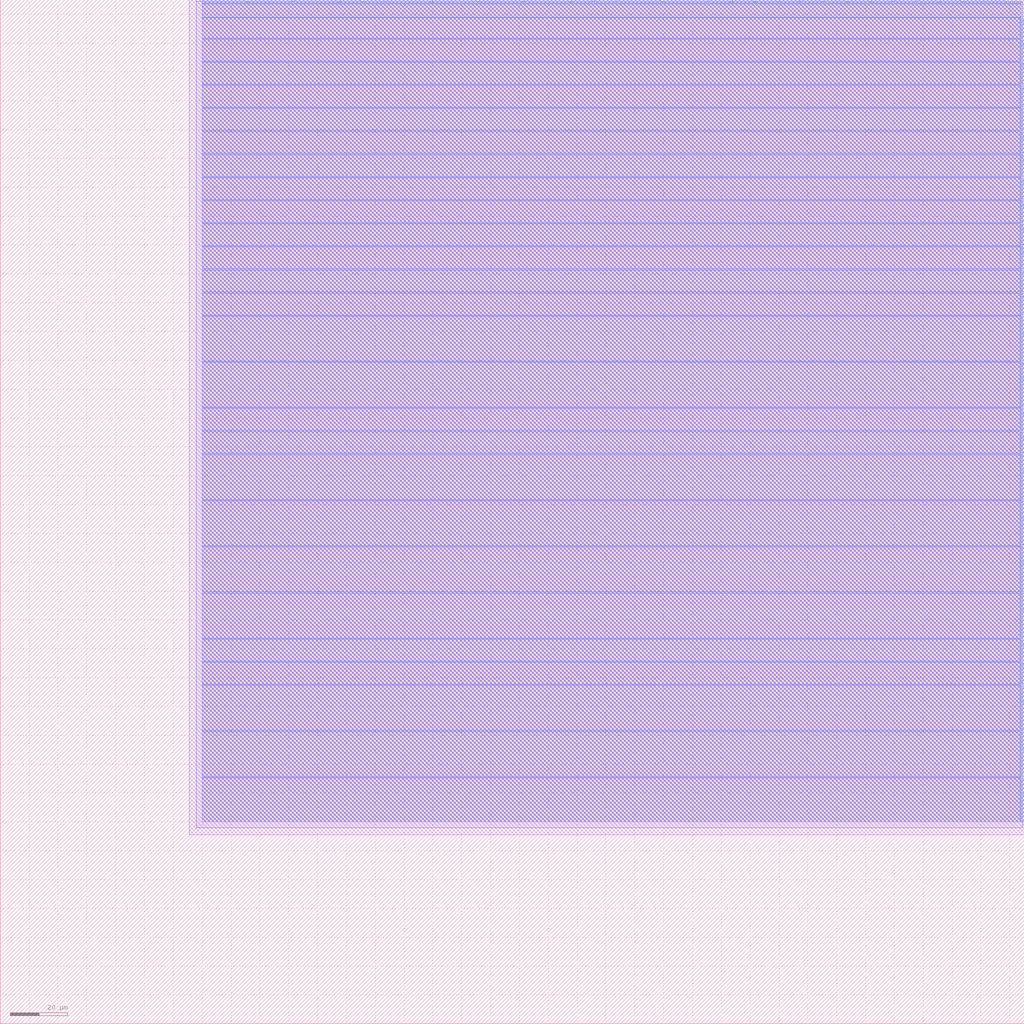
<source format=lef>
VERSION 5.7 ;
  NOWIREEXTENSIONATPIN ON ;
  DIVIDERCHAR "/" ;
  BUSBITCHARS "[]" ;
MACRO gf180mcu_fd_io__asig_5p0
  CLASS PAD INOUT ;
  FOREIGN gf180mcu_fd_io__asig_5p0 ;
  ORIGIN 0.000 0.000 ;
  SIZE 75.000 BY 350.000 ;
  SYMMETRY X Y R90 ;
  SITE GF_IO_Site ;
  PIN ASIG5V
    DIRECTION INOUT ;
    USE SIGNAL ;
    ANTENNADIFFAREA 1200.000000 ;
    PORT
      LAYER Metal2 ;
        RECT 15.340 134.370 17.880 350.000 ;
    END
    PORT
      LAYER Metal2 ;
        RECT 21.020 134.370 23.560 350.000 ;
    END
    PORT
      LAYER Metal2 ;
        RECT 26.700 134.370 29.240 350.000 ;
    END
    PORT
      LAYER Metal2 ;
        RECT 32.380 134.370 34.920 350.000 ;
    END
    PORT
      LAYER Metal2 ;
        RECT 40.080 134.370 42.620 350.000 ;
    END
    PORT
      LAYER Metal2 ;
        RECT 45.760 134.370 48.300 350.000 ;
    END
    PORT
      LAYER Metal2 ;
        RECT 51.440 134.370 53.980 350.000 ;
    END
    PORT
      LAYER Metal2 ;
        RECT 57.120 134.370 59.660 350.000 ;
    END
  END ASIG5V
  PIN DVDD
    DIRECTION INOUT ;
    USE POWER ;
    PORT
      LAYER Metal4 ;
        RECT 74.000 118.000 75.000 125.000 ;
    END
    PORT
      LAYER Metal4 ;
        RECT 74.000 182.000 75.000 197.000 ;
    END
    PORT
      LAYER Metal4 ;
        RECT 74.000 166.000 75.000 181.000 ;
    END
    PORT
      LAYER Metal4 ;
        RECT 74.000 150.000 75.000 165.000 ;
    END
    PORT
      LAYER Metal4 ;
        RECT 74.000 134.000 75.000 149.000 ;
    END
    PORT
      LAYER Metal4 ;
        RECT 74.000 214.000 75.000 229.000 ;
    END
    PORT
      LAYER Metal4 ;
        RECT 74.000 206.000 75.000 213.000 ;
    END
    PORT
      LAYER Metal4 ;
        RECT 74.000 278.000 75.000 285.000 ;
    END
    PORT
      LAYER Metal4 ;
        RECT 74.000 270.000 75.000 277.000 ;
    END
    PORT
      LAYER Metal4 ;
        RECT 74.000 262.000 75.000 269.000 ;
    END
    PORT
      LAYER Metal4 ;
        RECT 74.000 294.000 75.000 301.000 ;
    END
    PORT
      LAYER Metal4 ;
        RECT 74.000 334.000 75.000 341.000 ;
    END
    PORT
      LAYER Metal3 ;
        RECT 74.000 118.000 75.000 125.000 ;
    END
    PORT
      LAYER Metal3 ;
        RECT 74.000 182.000 75.000 197.000 ;
    END
    PORT
      LAYER Metal3 ;
        RECT 74.000 166.000 75.000 181.000 ;
    END
    PORT
      LAYER Metal3 ;
        RECT 74.000 150.000 75.000 165.000 ;
    END
    PORT
      LAYER Metal3 ;
        RECT 74.000 134.000 75.000 149.000 ;
    END
    PORT
      LAYER Metal3 ;
        RECT 74.000 214.000 75.000 229.000 ;
    END
    PORT
      LAYER Metal3 ;
        RECT 74.000 206.000 75.000 213.000 ;
    END
    PORT
      LAYER Metal3 ;
        RECT 74.000 278.000 75.000 285.000 ;
    END
    PORT
      LAYER Metal3 ;
        RECT 74.000 270.000 75.000 277.000 ;
    END
    PORT
      LAYER Metal3 ;
        RECT 74.000 262.000 75.000 269.000 ;
    END
    PORT
      LAYER Metal3 ;
        RECT 74.000 294.000 75.000 301.000 ;
    END
    PORT
      LAYER Metal3 ;
        RECT 74.000 334.000 75.000 341.000 ;
    END
    PORT
      LAYER Metal4 ;
        RECT 0.000 334.000 1.000 341.000 ;
    END
    PORT
      LAYER Metal4 ;
        RECT 0.000 294.000 1.000 301.000 ;
    END
    PORT
      LAYER Metal4 ;
        RECT 0.000 262.000 1.000 269.000 ;
    END
    PORT
      LAYER Metal4 ;
        RECT 0.000 270.000 1.000 277.000 ;
    END
    PORT
      LAYER Metal4 ;
        RECT 0.000 278.000 1.000 285.000 ;
    END
    PORT
      LAYER Metal4 ;
        RECT 0.000 206.000 1.000 213.000 ;
    END
    PORT
      LAYER Metal4 ;
        RECT 0.000 214.000 1.000 229.000 ;
    END
    PORT
      LAYER Metal4 ;
        RECT 0.000 134.000 1.000 149.000 ;
    END
    PORT
      LAYER Metal4 ;
        RECT 0.000 150.000 1.000 165.000 ;
    END
    PORT
      LAYER Metal4 ;
        RECT 0.000 166.000 1.000 181.000 ;
    END
    PORT
      LAYER Metal4 ;
        RECT 0.000 182.000 1.000 197.000 ;
    END
    PORT
      LAYER Metal3 ;
        RECT 0.000 334.000 1.000 341.000 ;
    END
    PORT
      LAYER Metal3 ;
        RECT 0.000 294.000 1.000 301.000 ;
    END
    PORT
      LAYER Metal3 ;
        RECT 0.000 262.000 1.000 269.000 ;
    END
    PORT
      LAYER Metal3 ;
        RECT 0.000 270.000 1.000 277.000 ;
    END
    PORT
      LAYER Metal3 ;
        RECT 0.000 278.000 1.000 285.000 ;
    END
    PORT
      LAYER Metal3 ;
        RECT 0.000 206.000 1.000 213.000 ;
    END
    PORT
      LAYER Metal3 ;
        RECT 0.000 214.000 1.000 229.000 ;
    END
    PORT
      LAYER Metal3 ;
        RECT 0.000 134.000 1.000 149.000 ;
    END
    PORT
      LAYER Metal3 ;
        RECT 0.000 150.000 1.000 165.000 ;
    END
    PORT
      LAYER Metal3 ;
        RECT 0.000 166.000 1.000 181.000 ;
    END
    PORT
      LAYER Metal3 ;
        RECT 0.000 182.000 1.000 197.000 ;
    END
    PORT
      LAYER Metal3 ;
        RECT 0.000 118.000 1.000 125.000 ;
    END
    PORT
      LAYER Metal4 ;
        RECT 0.000 118.000 1.000 125.000 ;
    END
  END DVDD
  PIN DVSS
    DIRECTION INOUT ;
    USE GROUND ;
    PORT
      LAYER Metal4 ;
        RECT 74.000 102.000 75.000 117.000 ;
    END
    PORT
      LAYER Metal4 ;
        RECT 74.000 86.000 75.000 101.000 ;
    END
    PORT
      LAYER Metal4 ;
        RECT 74.000 70.000 75.000 85.000 ;
    END
    PORT
      LAYER Metal4 ;
        RECT 74.000 126.000 75.000 133.000 ;
    END
    PORT
      LAYER Metal4 ;
        RECT 74.000 198.000 75.000 205.000 ;
    END
    PORT
      LAYER Metal4 ;
        RECT 74.000 230.000 75.000 245.000 ;
    END
    PORT
      LAYER Metal4 ;
        RECT 74.000 286.000 75.000 293.000 ;
    END
    PORT
      LAYER Metal4 ;
        RECT 74.000 302.000 75.000 309.000 ;
    END
    PORT
      LAYER Metal4 ;
        RECT 74.000 326.000 75.000 333.000 ;
    END
    PORT
      LAYER Metal4 ;
        RECT 74.000 342.000 75.000 348.390 ;
    END
    PORT
      LAYER Metal3 ;
        RECT 74.000 102.000 75.000 117.000 ;
    END
    PORT
      LAYER Metal3 ;
        RECT 74.000 86.000 75.000 101.000 ;
    END
    PORT
      LAYER Metal3 ;
        RECT 74.000 70.000 75.000 85.000 ;
    END
    PORT
      LAYER Metal3 ;
        RECT 74.000 126.000 75.000 133.000 ;
    END
    PORT
      LAYER Metal3 ;
        RECT 74.000 198.000 75.000 205.000 ;
    END
    PORT
      LAYER Metal3 ;
        RECT 74.000 230.000 75.000 245.000 ;
    END
    PORT
      LAYER Metal3 ;
        RECT 74.000 286.000 75.000 293.000 ;
    END
    PORT
      LAYER Metal3 ;
        RECT 74.000 302.000 75.000 309.000 ;
    END
    PORT
      LAYER Metal3 ;
        RECT 74.000 326.000 75.000 333.000 ;
    END
    PORT
      LAYER Metal3 ;
        RECT 74.000 342.000 75.000 348.390 ;
    END
    PORT
      LAYER Metal4 ;
        RECT 0.000 342.000 1.000 348.390 ;
    END
    PORT
      LAYER Metal4 ;
        RECT 0.000 326.000 1.000 333.000 ;
    END
    PORT
      LAYER Metal4 ;
        RECT 0.000 302.000 1.000 309.000 ;
    END
    PORT
      LAYER Metal4 ;
        RECT 0.000 286.000 1.000 293.000 ;
    END
    PORT
      LAYER Metal4 ;
        RECT 0.000 230.000 1.000 245.000 ;
    END
    PORT
      LAYER Metal4 ;
        RECT 0.000 198.000 1.000 205.000 ;
    END
    PORT
      LAYER Metal4 ;
        RECT 0.000 126.000 1.000 133.000 ;
    END
    PORT
      LAYER Metal4 ;
        RECT 0.000 70.000 1.000 85.000 ;
    END
    PORT
      LAYER Metal4 ;
        RECT 0.000 86.000 1.000 101.000 ;
    END
    PORT
      LAYER Metal3 ;
        RECT 0.000 342.000 1.000 348.390 ;
    END
    PORT
      LAYER Metal3 ;
        RECT 0.000 326.000 1.000 333.000 ;
    END
    PORT
      LAYER Metal3 ;
        RECT 0.000 302.000 1.000 309.000 ;
    END
    PORT
      LAYER Metal3 ;
        RECT 0.000 286.000 1.000 293.000 ;
    END
    PORT
      LAYER Metal3 ;
        RECT 0.000 230.000 1.000 245.000 ;
    END
    PORT
      LAYER Metal3 ;
        RECT 0.000 198.000 1.000 205.000 ;
    END
    PORT
      LAYER Metal3 ;
        RECT 0.000 126.000 1.000 133.000 ;
    END
    PORT
      LAYER Metal3 ;
        RECT 0.000 70.000 1.000 85.000 ;
    END
    PORT
      LAYER Metal3 ;
        RECT 0.000 86.000 1.000 101.000 ;
    END
    PORT
      LAYER Metal3 ;
        RECT 0.000 102.000 1.000 117.000 ;
    END
    PORT
      LAYER Metal4 ;
        RECT 0.000 102.000 1.000 117.000 ;
    END
  END DVSS
  PIN VDD
    DIRECTION INOUT ;
    USE POWER ;
    PORT
      LAYER Metal4 ;
        RECT 74.000 254.000 75.000 261.000 ;
    END
    PORT
      LAYER Metal4 ;
        RECT 74.000 310.000 75.000 317.000 ;
    END
    PORT
      LAYER Metal3 ;
        RECT 74.000 254.000 75.000 261.000 ;
    END
    PORT
      LAYER Metal3 ;
        RECT 74.000 310.000 75.000 317.000 ;
    END
    PORT
      LAYER Metal4 ;
        RECT 0.000 310.000 1.000 317.000 ;
    END
    PORT
      LAYER Metal3 ;
        RECT 0.000 310.000 1.000 317.000 ;
    END
    PORT
      LAYER Metal3 ;
        RECT 0.000 254.000 1.000 261.000 ;
    END
    PORT
      LAYER Metal4 ;
        RECT 0.000 254.000 1.000 261.000 ;
    END
  END VDD
  PIN VSS
    DIRECTION INOUT ;
    USE GROUND ;
    PORT
      LAYER Metal4 ;
        RECT 74.000 246.000 75.000 253.000 ;
    END
    PORT
      LAYER Metal4 ;
        RECT 74.000 318.000 75.000 325.000 ;
    END
    PORT
      LAYER Metal3 ;
        RECT 74.000 246.000 75.000 253.000 ;
    END
    PORT
      LAYER Metal3 ;
        RECT 74.000 318.000 75.000 325.000 ;
    END
    PORT
      LAYER Metal4 ;
        RECT 0.000 318.000 1.000 325.000 ;
    END
    PORT
      LAYER Metal3 ;
        RECT 0.000 318.000 1.000 325.000 ;
    END
    PORT
      LAYER Metal3 ;
        RECT 0.000 246.000 1.000 253.000 ;
    END
    PORT
      LAYER Metal4 ;
        RECT 0.000 246.000 1.000 253.000 ;
    END
  END VSS
  OBS
      LAYER Metal1 ;
        RECT -0.160 65.540 75.160 349.785 ;
      LAYER Metal2 ;
        RECT 0.000 134.070 15.040 348.390 ;
        RECT 18.180 134.070 20.720 348.390 ;
        RECT 23.860 134.070 26.400 348.390 ;
        RECT 29.540 134.070 32.080 348.390 ;
        RECT 35.220 134.070 39.780 348.390 ;
        RECT 42.920 134.070 45.460 348.390 ;
        RECT 48.600 134.070 51.140 348.390 ;
        RECT 54.280 134.070 56.820 348.390 ;
        RECT 59.960 134.070 75.000 348.390 ;
        RECT 0.000 0.000 75.000 134.070 ;
      LAYER Metal3 ;
        RECT 1.300 341.700 73.700 348.390 ;
        RECT 1.000 341.300 74.000 341.700 ;
        RECT 1.300 333.700 73.700 341.300 ;
        RECT 1.000 333.300 74.000 333.700 ;
        RECT 1.300 325.700 73.700 333.300 ;
        RECT 1.000 325.300 74.000 325.700 ;
        RECT 1.300 317.700 73.700 325.300 ;
        RECT 1.000 317.300 74.000 317.700 ;
        RECT 1.300 309.700 73.700 317.300 ;
        RECT 1.000 309.300 74.000 309.700 ;
        RECT 1.300 301.700 73.700 309.300 ;
        RECT 1.000 301.300 74.000 301.700 ;
        RECT 1.300 293.700 73.700 301.300 ;
        RECT 1.000 293.300 74.000 293.700 ;
        RECT 1.300 285.700 73.700 293.300 ;
        RECT 1.000 285.300 74.000 285.700 ;
        RECT 1.300 277.700 73.700 285.300 ;
        RECT 1.000 277.300 74.000 277.700 ;
        RECT 1.300 269.700 73.700 277.300 ;
        RECT 1.000 269.300 74.000 269.700 ;
        RECT 1.300 261.700 73.700 269.300 ;
        RECT 1.000 261.300 74.000 261.700 ;
        RECT 1.300 253.700 73.700 261.300 ;
        RECT 1.000 253.300 74.000 253.700 ;
        RECT 1.300 245.700 73.700 253.300 ;
        RECT 1.000 245.300 74.000 245.700 ;
        RECT 1.300 229.700 73.700 245.300 ;
        RECT 1.000 229.300 74.000 229.700 ;
        RECT 1.300 213.700 73.700 229.300 ;
        RECT 1.000 213.300 74.000 213.700 ;
        RECT 1.300 205.700 73.700 213.300 ;
        RECT 1.000 205.300 74.000 205.700 ;
        RECT 1.300 197.700 73.700 205.300 ;
        RECT 1.000 197.300 74.000 197.700 ;
        RECT 1.300 181.700 73.700 197.300 ;
        RECT 1.000 181.300 74.000 181.700 ;
        RECT 1.300 165.700 73.700 181.300 ;
        RECT 1.000 165.300 74.000 165.700 ;
        RECT 1.300 149.700 73.700 165.300 ;
        RECT 1.000 149.300 74.000 149.700 ;
        RECT 1.300 133.700 73.700 149.300 ;
        RECT 1.000 133.300 74.000 133.700 ;
        RECT 1.300 125.700 73.700 133.300 ;
        RECT 1.000 125.300 74.000 125.700 ;
        RECT 1.300 117.700 73.700 125.300 ;
        RECT 1.000 117.300 74.000 117.700 ;
        RECT 1.300 101.700 73.700 117.300 ;
        RECT 1.000 101.300 74.000 101.700 ;
        RECT 1.300 85.700 73.700 101.300 ;
        RECT 1.000 85.300 74.000 85.700 ;
        RECT 1.300 69.700 73.700 85.300 ;
        RECT 1.000 0.000 74.000 69.700 ;
      LAYER Metal4 ;
        RECT 1.500 69.500 73.500 348.390 ;
        RECT 1.000 0.000 74.000 69.500 ;
  END
END gf180mcu_fd_io__asig_5p0

#--------EOF---------

MACRO gf180mcu_fd_io__bi_24t
  CLASS PAD INOUT ;
  FOREIGN gf180mcu_fd_io__bi_24t ;
  ORIGIN 0.000 0.000 ;
  SIZE 75.000 BY 350.000 ;
  SYMMETRY X Y R90 ;
  SITE GF_IO_Site ;
  PIN A
    DIRECTION INPUT ;
    USE SIGNAL ;
    ANTENNAGATEAREA 4.200000 ;
    ANTENNADIFFAREA 1.000000 ;
    PORT
      LAYER Metal2 ;
        RECT 69.400 264.310 69.780 350.000 ;
    END
  END A
  PIN CS
    DIRECTION INPUT ;
    USE SIGNAL ;
    ANTENNAGATEAREA 3.150000 ;
    ANTENNADIFFAREA 1.000000 ;
    PORT
      LAYER Metal2 ;
        RECT 3.360 328.395 3.740 350.000 ;
    END
  END CS
  PIN DVDD
    DIRECTION INOUT ;
    USE POWER ;
    PORT
      LAYER Metal4 ;
        RECT 74.000 118.000 75.000 125.000 ;
    END
    PORT
      LAYER Metal4 ;
        RECT 74.000 182.000 75.000 197.000 ;
    END
    PORT
      LAYER Metal4 ;
        RECT 74.000 166.000 75.000 181.000 ;
    END
    PORT
      LAYER Metal4 ;
        RECT 74.000 150.000 75.000 165.000 ;
    END
    PORT
      LAYER Metal4 ;
        RECT 74.000 134.000 75.000 149.000 ;
    END
    PORT
      LAYER Metal4 ;
        RECT 74.000 214.000 75.000 229.000 ;
    END
    PORT
      LAYER Metal4 ;
        RECT 74.000 206.000 75.000 213.000 ;
    END
    PORT
      LAYER Metal4 ;
        RECT 74.000 278.000 75.000 285.000 ;
    END
    PORT
      LAYER Metal4 ;
        RECT 74.000 270.000 75.000 277.000 ;
    END
    PORT
      LAYER Metal4 ;
        RECT 74.000 262.000 75.000 269.000 ;
    END
    PORT
      LAYER Metal4 ;
        RECT 74.000 294.000 75.000 301.000 ;
    END
    PORT
      LAYER Metal4 ;
        RECT 74.000 334.000 75.000 341.000 ;
    END
    PORT
      LAYER Metal3 ;
        RECT 74.000 118.000 75.000 125.000 ;
    END
    PORT
      LAYER Metal3 ;
        RECT 74.000 182.000 75.000 197.000 ;
    END
    PORT
      LAYER Metal3 ;
        RECT 74.000 166.000 75.000 181.000 ;
    END
    PORT
      LAYER Metal3 ;
        RECT 74.000 150.000 75.000 165.000 ;
    END
    PORT
      LAYER Metal3 ;
        RECT 74.000 134.000 75.000 149.000 ;
    END
    PORT
      LAYER Metal3 ;
        RECT 74.000 214.000 75.000 229.000 ;
    END
    PORT
      LAYER Metal3 ;
        RECT 74.000 206.000 75.000 213.000 ;
    END
    PORT
      LAYER Metal3 ;
        RECT 74.000 278.000 75.000 285.000 ;
    END
    PORT
      LAYER Metal3 ;
        RECT 74.000 270.000 75.000 277.000 ;
    END
    PORT
      LAYER Metal3 ;
        RECT 74.000 262.000 75.000 269.000 ;
    END
    PORT
      LAYER Metal3 ;
        RECT 74.000 294.000 75.000 301.000 ;
    END
    PORT
      LAYER Metal3 ;
        RECT 74.000 334.000 75.000 341.000 ;
    END
    PORT
      LAYER Metal3 ;
        RECT 0.000 334.000 1.000 341.000 ;
    END
    PORT
      LAYER Metal3 ;
        RECT 0.000 294.000 1.000 301.000 ;
    END
    PORT
      LAYER Metal3 ;
        RECT 0.000 262.000 1.000 269.000 ;
    END
    PORT
      LAYER Metal3 ;
        RECT 0.000 270.000 1.000 277.000 ;
    END
    PORT
      LAYER Metal3 ;
        RECT 0.000 278.000 1.000 285.000 ;
    END
    PORT
      LAYER Metal3 ;
        RECT 0.000 206.000 1.000 213.000 ;
    END
    PORT
      LAYER Metal3 ;
        RECT 0.000 214.000 1.000 229.000 ;
    END
    PORT
      LAYER Metal3 ;
        RECT 0.000 134.000 1.000 149.000 ;
    END
    PORT
      LAYER Metal3 ;
        RECT 0.000 150.000 1.000 165.000 ;
    END
    PORT
      LAYER Metal3 ;
        RECT 0.000 166.000 1.000 181.000 ;
    END
    PORT
      LAYER Metal3 ;
        RECT 0.000 182.000 1.000 197.000 ;
    END
    PORT
      LAYER Metal4 ;
        RECT 0.000 334.000 1.000 341.000 ;
    END
    PORT
      LAYER Metal4 ;
        RECT 0.000 294.000 1.000 301.000 ;
    END
    PORT
      LAYER Metal4 ;
        RECT 0.000 262.000 1.000 269.000 ;
    END
    PORT
      LAYER Metal4 ;
        RECT 0.000 270.000 1.000 277.000 ;
    END
    PORT
      LAYER Metal4 ;
        RECT 0.000 278.000 1.000 285.000 ;
    END
    PORT
      LAYER Metal4 ;
        RECT 0.000 206.000 1.000 213.000 ;
    END
    PORT
      LAYER Metal4 ;
        RECT 0.000 214.000 1.000 229.000 ;
    END
    PORT
      LAYER Metal4 ;
        RECT 0.000 134.000 1.000 149.000 ;
    END
    PORT
      LAYER Metal4 ;
        RECT 0.000 150.000 1.000 165.000 ;
    END
    PORT
      LAYER Metal4 ;
        RECT 0.000 166.000 1.000 181.000 ;
    END
    PORT
      LAYER Metal4 ;
        RECT 0.000 182.000 1.000 197.000 ;
    END
    PORT
      LAYER Metal4 ;
        RECT 0.000 118.000 1.000 125.000 ;
    END
    PORT
      LAYER Metal3 ;
        RECT 0.000 118.000 1.000 125.000 ;
    END
  END DVDD
  PIN DVSS
    DIRECTION INOUT ;
    USE GROUND ;
    PORT
      LAYER Metal4 ;
        RECT 74.000 102.000 75.000 117.000 ;
    END
    PORT
      LAYER Metal4 ;
        RECT 74.000 86.000 75.000 101.000 ;
    END
    PORT
      LAYER Metal4 ;
        RECT 74.000 70.000 75.000 85.000 ;
    END
    PORT
      LAYER Metal4 ;
        RECT 74.000 126.000 75.000 133.000 ;
    END
    PORT
      LAYER Metal4 ;
        RECT 74.000 198.000 75.000 205.000 ;
    END
    PORT
      LAYER Metal4 ;
        RECT 74.000 230.000 75.000 245.000 ;
    END
    PORT
      LAYER Metal4 ;
        RECT 74.000 286.000 75.000 293.000 ;
    END
    PORT
      LAYER Metal4 ;
        RECT 74.000 302.000 75.000 309.000 ;
    END
    PORT
      LAYER Metal4 ;
        RECT 74.000 326.000 75.000 333.000 ;
    END
    PORT
      LAYER Metal4 ;
        RECT 74.000 342.000 75.000 348.390 ;
    END
    PORT
      LAYER Metal3 ;
        RECT 74.000 102.000 75.000 117.000 ;
    END
    PORT
      LAYER Metal3 ;
        RECT 74.000 86.000 75.000 101.000 ;
    END
    PORT
      LAYER Metal3 ;
        RECT 74.000 70.000 75.000 85.000 ;
    END
    PORT
      LAYER Metal3 ;
        RECT 74.000 126.000 75.000 133.000 ;
    END
    PORT
      LAYER Metal3 ;
        RECT 74.000 198.000 75.000 205.000 ;
    END
    PORT
      LAYER Metal3 ;
        RECT 74.000 230.000 75.000 245.000 ;
    END
    PORT
      LAYER Metal3 ;
        RECT 74.000 286.000 75.000 293.000 ;
    END
    PORT
      LAYER Metal3 ;
        RECT 74.000 302.000 75.000 309.000 ;
    END
    PORT
      LAYER Metal3 ;
        RECT 74.000 326.000 75.000 333.000 ;
    END
    PORT
      LAYER Metal3 ;
        RECT 74.000 342.000 75.000 348.390 ;
    END
    PORT
      LAYER Metal3 ;
        RECT 0.000 342.000 1.000 348.390 ;
    END
    PORT
      LAYER Metal3 ;
        RECT 0.000 326.000 1.000 333.000 ;
    END
    PORT
      LAYER Metal3 ;
        RECT 0.000 302.000 1.000 309.000 ;
    END
    PORT
      LAYER Metal3 ;
        RECT 0.000 286.000 1.000 293.000 ;
    END
    PORT
      LAYER Metal3 ;
        RECT 0.000 230.000 1.000 245.000 ;
    END
    PORT
      LAYER Metal3 ;
        RECT 0.000 198.000 1.000 205.000 ;
    END
    PORT
      LAYER Metal3 ;
        RECT 0.000 126.000 1.000 133.000 ;
    END
    PORT
      LAYER Metal3 ;
        RECT 0.000 70.000 1.000 85.000 ;
    END
    PORT
      LAYER Metal3 ;
        RECT 0.000 86.000 1.000 101.000 ;
    END
    PORT
      LAYER Metal4 ;
        RECT 0.000 342.000 1.000 348.390 ;
    END
    PORT
      LAYER Metal4 ;
        RECT 0.000 326.000 1.000 333.000 ;
    END
    PORT
      LAYER Metal4 ;
        RECT 0.000 302.000 1.000 309.000 ;
    END
    PORT
      LAYER Metal4 ;
        RECT 0.000 286.000 1.000 293.000 ;
    END
    PORT
      LAYER Metal4 ;
        RECT 0.000 230.000 1.000 245.000 ;
    END
    PORT
      LAYER Metal4 ;
        RECT 0.000 198.000 1.000 205.000 ;
    END
    PORT
      LAYER Metal4 ;
        RECT 0.000 126.000 1.000 133.000 ;
    END
    PORT
      LAYER Metal4 ;
        RECT 0.000 70.000 1.000 85.000 ;
    END
    PORT
      LAYER Metal4 ;
        RECT 0.000 86.000 1.000 101.000 ;
    END
    PORT
      LAYER Metal4 ;
        RECT 0.000 102.000 1.000 117.000 ;
    END
    PORT
      LAYER Metal3 ;
        RECT 0.000 102.000 1.000 117.000 ;
    END
  END DVSS
  PIN IE
    DIRECTION INPUT ;
    USE SIGNAL ;
    ANTENNAGATEAREA 3.150000 ;
    ANTENNADIFFAREA 1.000000 ;
    PORT
      LAYER Metal2 ;
        RECT 11.385 334.770 11.765 350.000 ;
    END
  END IE
  PIN OE
    DIRECTION INPUT ;
    USE SIGNAL ;
    ANTENNAGATEAREA 16.799999 ;
    ANTENNADIFFAREA 7.776000 ;
    PORT
      LAYER Metal2 ;
        RECT 70.130 266.190 70.510 350.000 ;
    END
  END OE
  PIN PAD
    DIRECTION INOUT ;
    USE SIGNAL ;
    ANTENNADIFFAREA 335.279999 ;
    PORT
      LAYER Metal4 ;
        RECT 25.000 20.000 50.000 45.000 ;
    END
  END PAD
  PIN PD
    DIRECTION INPUT ;
    USE SIGNAL ;
    ANTENNAGATEAREA 10.500000 ;
    ANTENNADIFFAREA 1.000000 ;
    PORT
      LAYER Metal2 ;
        RECT 10.330 329.950 10.710 350.000 ;
    END
  END PD
  PIN PU
    DIRECTION INPUT ;
    USE SIGNAL ;
    ANTENNAGATEAREA 7.350000 ;
    ANTENNADIFFAREA 2.980000 ;
    PORT
      LAYER Metal2 ;
        RECT 5.965 330.270 6.345 350.000 ;
    END
  END PU
  PIN SL
    DIRECTION INPUT ;
    USE SIGNAL ;
    ANTENNAGATEAREA 3.150000 ;
    ANTENNADIFFAREA 1.000000 ;
    PORT
      LAYER Metal2 ;
        RECT 68.670 264.990 69.050 350.000 ;
    END
  END SL
  PIN VDD
    DIRECTION INOUT ;
    USE POWER ;
    PORT
      LAYER Metal4 ;
        RECT 74.000 254.000 75.000 261.000 ;
    END
    PORT
      LAYER Metal4 ;
        RECT 74.000 310.000 75.000 317.000 ;
    END
    PORT
      LAYER Metal3 ;
        RECT 74.000 254.000 75.000 261.000 ;
    END
    PORT
      LAYER Metal3 ;
        RECT 74.000 310.000 75.000 317.000 ;
    END
    PORT
      LAYER Metal3 ;
        RECT 0.000 310.000 1.000 317.000 ;
    END
    PORT
      LAYER Metal4 ;
        RECT 0.000 310.000 1.000 317.000 ;
    END
    PORT
      LAYER Metal4 ;
        RECT 0.000 254.000 1.000 261.000 ;
    END
    PORT
      LAYER Metal3 ;
        RECT 0.000 254.000 1.000 261.000 ;
    END
  END VDD
  PIN VSS
    DIRECTION INOUT ;
    USE GROUND ;
    PORT
      LAYER Metal4 ;
        RECT 74.000 246.000 75.000 253.000 ;
    END
    PORT
      LAYER Metal4 ;
        RECT 74.000 318.000 75.000 325.000 ;
    END
    PORT
      LAYER Metal3 ;
        RECT 74.000 246.000 75.000 253.000 ;
    END
    PORT
      LAYER Metal3 ;
        RECT 74.000 318.000 75.000 325.000 ;
    END
    PORT
      LAYER Metal3 ;
        RECT 0.000 318.000 1.000 325.000 ;
    END
    PORT
      LAYER Metal4 ;
        RECT 0.000 318.000 1.000 325.000 ;
    END
    PORT
      LAYER Metal4 ;
        RECT 0.000 246.000 1.000 253.000 ;
    END
    PORT
      LAYER Metal3 ;
        RECT 0.000 246.000 1.000 253.000 ;
    END
  END VSS
  PIN Y
    DIRECTION OUTPUT ;
    USE SIGNAL ;
    ANTENNADIFFAREA 7.800000 ;
    PORT
      LAYER Metal2 ;
        RECT 70.860 319.750 71.240 350.000 ;
    END
  END Y
  OBS
      LAYER Metal1 ;
        RECT -0.160 65.540 75.160 349.785 ;
      LAYER Metal2 ;
        RECT 0.000 328.095 3.060 348.225 ;
        RECT 4.040 329.970 5.665 348.225 ;
        RECT 6.645 329.970 10.030 348.225 ;
        RECT 4.040 329.650 10.030 329.970 ;
        RECT 11.010 334.470 11.085 348.225 ;
        RECT 12.065 334.470 68.370 348.225 ;
        RECT 11.010 329.650 68.370 334.470 ;
        RECT 4.040 328.095 68.370 329.650 ;
        RECT 0.000 264.690 68.370 328.095 ;
        RECT 71.540 319.450 75.000 348.225 ;
        RECT 70.810 265.890 75.000 319.450 ;
        RECT 0.000 264.010 69.100 264.690 ;
        RECT 70.080 264.010 75.000 265.890 ;
        RECT 0.000 0.000 75.000 264.010 ;
      LAYER Metal3 ;
        RECT 1.300 341.700 73.700 348.390 ;
        RECT 1.000 341.300 74.000 341.700 ;
        RECT 1.300 333.700 73.700 341.300 ;
        RECT 1.000 333.300 74.000 333.700 ;
        RECT 1.300 325.700 73.700 333.300 ;
        RECT 1.000 325.300 74.000 325.700 ;
        RECT 1.300 317.700 73.700 325.300 ;
        RECT 1.000 317.300 74.000 317.700 ;
        RECT 1.300 309.700 73.700 317.300 ;
        RECT 1.000 309.300 74.000 309.700 ;
        RECT 1.300 301.700 73.700 309.300 ;
        RECT 1.000 301.300 74.000 301.700 ;
        RECT 1.300 293.700 73.700 301.300 ;
        RECT 1.000 293.300 74.000 293.700 ;
        RECT 1.300 285.700 73.700 293.300 ;
        RECT 1.000 285.300 74.000 285.700 ;
        RECT 1.300 277.700 73.700 285.300 ;
        RECT 1.000 277.300 74.000 277.700 ;
        RECT 1.300 269.700 73.700 277.300 ;
        RECT 1.000 269.300 74.000 269.700 ;
        RECT 1.300 261.700 73.700 269.300 ;
        RECT 1.000 261.300 74.000 261.700 ;
        RECT 1.300 253.700 73.700 261.300 ;
        RECT 1.000 253.300 74.000 253.700 ;
        RECT 1.300 245.700 73.700 253.300 ;
        RECT 1.000 245.300 74.000 245.700 ;
        RECT 1.300 229.700 73.700 245.300 ;
        RECT 1.000 229.300 74.000 229.700 ;
        RECT 1.300 213.700 73.700 229.300 ;
        RECT 1.000 213.300 74.000 213.700 ;
        RECT 1.300 205.700 73.700 213.300 ;
        RECT 1.000 205.300 74.000 205.700 ;
        RECT 1.300 197.700 73.700 205.300 ;
        RECT 1.000 197.300 74.000 197.700 ;
        RECT 1.300 181.700 73.700 197.300 ;
        RECT 1.000 181.300 74.000 181.700 ;
        RECT 1.300 165.700 73.700 181.300 ;
        RECT 1.000 165.300 74.000 165.700 ;
        RECT 1.300 149.700 73.700 165.300 ;
        RECT 1.000 149.300 74.000 149.700 ;
        RECT 1.300 133.700 73.700 149.300 ;
        RECT 1.000 133.300 74.000 133.700 ;
        RECT 1.300 125.700 73.700 133.300 ;
        RECT 1.000 125.300 74.000 125.700 ;
        RECT 1.300 117.700 73.700 125.300 ;
        RECT 1.000 117.300 74.000 117.700 ;
        RECT 1.300 101.700 73.700 117.300 ;
        RECT 1.000 101.300 74.000 101.700 ;
        RECT 1.300 85.700 73.700 101.300 ;
        RECT 1.000 85.300 74.000 85.700 ;
        RECT 1.300 69.700 73.700 85.300 ;
        RECT 1.000 0.000 74.000 69.700 ;
      LAYER Metal4 ;
        RECT 1.500 69.500 73.500 348.390 ;
        RECT 1.000 45.500 74.000 69.500 ;
        RECT 1.000 19.500 24.500 45.500 ;
        RECT 50.500 19.500 74.000 45.500 ;
        RECT 1.000 0.000 74.000 19.500 ;
  END
END gf180mcu_fd_io__bi_24t

#--------EOF---------

MACRO gf180mcu_fd_io__bi_t
  CLASS PAD INOUT ;
  FOREIGN gf180mcu_fd_io__bi_t ;
  ORIGIN 0.000 0.000 ;
  SIZE 75.000 BY 350.000 ;
  SYMMETRY X Y R90 ;
  SITE GF_IO_Site ;
  PIN A
    DIRECTION INPUT ;
    USE SIGNAL ;
    ANTENNAGATEAREA 4.200000 ;
    ANTENNADIFFAREA 1.000000 ;
    PORT
      LAYER Metal2 ;
        RECT 69.400 264.460 69.780 350.000 ;
    END
  END A
  PIN CS
    DIRECTION INPUT ;
    USE SIGNAL ;
    ANTENNAGATEAREA 3.150000 ;
    ANTENNADIFFAREA 1.000000 ;
    PORT
      LAYER Metal2 ;
        RECT 3.360 328.545 3.740 350.000 ;
    END
  END CS
  PIN DVDD
    DIRECTION INOUT ;
    USE POWER ;
    PORT
      LAYER Metal4 ;
        RECT 74.000 118.000 75.000 125.000 ;
    END
    PORT
      LAYER Metal4 ;
        RECT 74.000 182.000 75.000 197.000 ;
    END
    PORT
      LAYER Metal4 ;
        RECT 74.000 166.000 75.000 181.000 ;
    END
    PORT
      LAYER Metal4 ;
        RECT 74.000 150.000 75.000 165.000 ;
    END
    PORT
      LAYER Metal4 ;
        RECT 74.000 134.000 75.000 149.000 ;
    END
    PORT
      LAYER Metal4 ;
        RECT 74.000 214.000 75.000 229.000 ;
    END
    PORT
      LAYER Metal4 ;
        RECT 74.000 206.000 75.000 213.000 ;
    END
    PORT
      LAYER Metal4 ;
        RECT 74.000 278.000 75.000 285.000 ;
    END
    PORT
      LAYER Metal4 ;
        RECT 74.000 270.000 75.000 277.000 ;
    END
    PORT
      LAYER Metal4 ;
        RECT 74.000 262.000 75.000 269.000 ;
    END
    PORT
      LAYER Metal4 ;
        RECT 74.000 294.000 75.000 301.000 ;
    END
    PORT
      LAYER Metal4 ;
        RECT 74.000 334.000 75.000 341.000 ;
    END
    PORT
      LAYER Metal3 ;
        RECT 74.000 118.000 75.000 125.000 ;
    END
    PORT
      LAYER Metal3 ;
        RECT 74.000 182.000 75.000 197.000 ;
    END
    PORT
      LAYER Metal3 ;
        RECT 74.000 166.000 75.000 181.000 ;
    END
    PORT
      LAYER Metal3 ;
        RECT 74.000 150.000 75.000 165.000 ;
    END
    PORT
      LAYER Metal3 ;
        RECT 74.000 134.000 75.000 149.000 ;
    END
    PORT
      LAYER Metal3 ;
        RECT 74.000 214.000 75.000 229.000 ;
    END
    PORT
      LAYER Metal3 ;
        RECT 74.000 206.000 75.000 213.000 ;
    END
    PORT
      LAYER Metal3 ;
        RECT 74.000 278.000 75.000 285.000 ;
    END
    PORT
      LAYER Metal3 ;
        RECT 74.000 270.000 75.000 277.000 ;
    END
    PORT
      LAYER Metal3 ;
        RECT 74.000 262.000 75.000 269.000 ;
    END
    PORT
      LAYER Metal3 ;
        RECT 74.000 294.000 75.000 301.000 ;
    END
    PORT
      LAYER Metal3 ;
        RECT 74.000 334.000 75.000 341.000 ;
    END
    PORT
      LAYER Metal3 ;
        RECT 0.000 334.000 1.000 341.000 ;
    END
    PORT
      LAYER Metal3 ;
        RECT 0.000 294.000 1.000 301.000 ;
    END
    PORT
      LAYER Metal3 ;
        RECT 0.000 262.000 1.000 269.000 ;
    END
    PORT
      LAYER Metal3 ;
        RECT 0.000 270.000 1.000 277.000 ;
    END
    PORT
      LAYER Metal3 ;
        RECT 0.000 278.000 1.000 285.000 ;
    END
    PORT
      LAYER Metal3 ;
        RECT 0.000 206.000 1.000 213.000 ;
    END
    PORT
      LAYER Metal3 ;
        RECT 0.000 214.000 1.000 229.000 ;
    END
    PORT
      LAYER Metal3 ;
        RECT 0.000 134.000 1.000 149.000 ;
    END
    PORT
      LAYER Metal3 ;
        RECT 0.000 150.000 1.000 165.000 ;
    END
    PORT
      LAYER Metal3 ;
        RECT 0.000 166.000 1.000 181.000 ;
    END
    PORT
      LAYER Metal3 ;
        RECT 0.000 182.000 1.000 197.000 ;
    END
    PORT
      LAYER Metal4 ;
        RECT 0.000 334.000 1.000 341.000 ;
    END
    PORT
      LAYER Metal4 ;
        RECT 0.000 294.000 1.000 301.000 ;
    END
    PORT
      LAYER Metal4 ;
        RECT 0.000 262.000 1.000 269.000 ;
    END
    PORT
      LAYER Metal4 ;
        RECT 0.000 270.000 1.000 277.000 ;
    END
    PORT
      LAYER Metal4 ;
        RECT 0.000 278.000 1.000 285.000 ;
    END
    PORT
      LAYER Metal4 ;
        RECT 0.000 206.000 1.000 213.000 ;
    END
    PORT
      LAYER Metal4 ;
        RECT 0.000 214.000 1.000 229.000 ;
    END
    PORT
      LAYER Metal4 ;
        RECT 0.000 134.000 1.000 149.000 ;
    END
    PORT
      LAYER Metal4 ;
        RECT 0.000 150.000 1.000 165.000 ;
    END
    PORT
      LAYER Metal4 ;
        RECT 0.000 166.000 1.000 181.000 ;
    END
    PORT
      LAYER Metal4 ;
        RECT 0.000 182.000 1.000 197.000 ;
    END
    PORT
      LAYER Metal4 ;
        RECT 0.000 118.000 1.000 125.000 ;
    END
    PORT
      LAYER Metal3 ;
        RECT 0.000 118.000 1.000 125.000 ;
    END
  END DVDD
  PIN DVSS
    DIRECTION INOUT ;
    USE GROUND ;
    PORT
      LAYER Metal4 ;
        RECT 74.000 102.000 75.000 117.000 ;
    END
    PORT
      LAYER Metal4 ;
        RECT 74.000 86.000 75.000 101.000 ;
    END
    PORT
      LAYER Metal4 ;
        RECT 74.000 70.000 75.000 85.000 ;
    END
    PORT
      LAYER Metal4 ;
        RECT 74.000 126.000 75.000 133.000 ;
    END
    PORT
      LAYER Metal4 ;
        RECT 74.000 198.000 75.000 205.000 ;
    END
    PORT
      LAYER Metal4 ;
        RECT 74.000 230.000 75.000 245.000 ;
    END
    PORT
      LAYER Metal4 ;
        RECT 74.000 286.000 75.000 293.000 ;
    END
    PORT
      LAYER Metal4 ;
        RECT 74.000 302.000 75.000 309.000 ;
    END
    PORT
      LAYER Metal4 ;
        RECT 74.000 326.000 75.000 333.000 ;
    END
    PORT
      LAYER Metal4 ;
        RECT 74.000 342.000 75.000 348.390 ;
    END
    PORT
      LAYER Metal3 ;
        RECT 74.000 102.000 75.000 117.000 ;
    END
    PORT
      LAYER Metal3 ;
        RECT 74.000 86.000 75.000 101.000 ;
    END
    PORT
      LAYER Metal3 ;
        RECT 74.000 70.000 75.000 85.000 ;
    END
    PORT
      LAYER Metal3 ;
        RECT 74.000 126.000 75.000 133.000 ;
    END
    PORT
      LAYER Metal3 ;
        RECT 74.000 198.000 75.000 205.000 ;
    END
    PORT
      LAYER Metal3 ;
        RECT 74.000 230.000 75.000 245.000 ;
    END
    PORT
      LAYER Metal3 ;
        RECT 74.000 286.000 75.000 293.000 ;
    END
    PORT
      LAYER Metal3 ;
        RECT 74.000 302.000 75.000 309.000 ;
    END
    PORT
      LAYER Metal3 ;
        RECT 74.000 326.000 75.000 333.000 ;
    END
    PORT
      LAYER Metal3 ;
        RECT 74.000 342.000 75.000 348.390 ;
    END
    PORT
      LAYER Metal3 ;
        RECT 0.000 342.000 1.000 348.390 ;
    END
    PORT
      LAYER Metal3 ;
        RECT 0.000 326.000 1.000 333.000 ;
    END
    PORT
      LAYER Metal3 ;
        RECT 0.000 302.000 1.000 309.000 ;
    END
    PORT
      LAYER Metal3 ;
        RECT 0.000 286.000 1.000 293.000 ;
    END
    PORT
      LAYER Metal3 ;
        RECT 0.000 230.000 1.000 245.000 ;
    END
    PORT
      LAYER Metal3 ;
        RECT 0.000 198.000 1.000 205.000 ;
    END
    PORT
      LAYER Metal3 ;
        RECT 0.000 126.000 1.000 133.000 ;
    END
    PORT
      LAYER Metal3 ;
        RECT 0.000 70.000 1.000 85.000 ;
    END
    PORT
      LAYER Metal3 ;
        RECT 0.000 86.000 1.000 101.000 ;
    END
    PORT
      LAYER Metal4 ;
        RECT 0.000 342.000 1.000 348.390 ;
    END
    PORT
      LAYER Metal4 ;
        RECT 0.000 326.000 1.000 333.000 ;
    END
    PORT
      LAYER Metal4 ;
        RECT 0.000 302.000 1.000 309.000 ;
    END
    PORT
      LAYER Metal4 ;
        RECT 0.000 286.000 1.000 293.000 ;
    END
    PORT
      LAYER Metal4 ;
        RECT 0.000 230.000 1.000 245.000 ;
    END
    PORT
      LAYER Metal4 ;
        RECT 0.000 198.000 1.000 205.000 ;
    END
    PORT
      LAYER Metal4 ;
        RECT 0.000 126.000 1.000 133.000 ;
    END
    PORT
      LAYER Metal4 ;
        RECT 0.000 70.000 1.000 85.000 ;
    END
    PORT
      LAYER Metal4 ;
        RECT 0.000 86.000 1.000 101.000 ;
    END
    PORT
      LAYER Metal4 ;
        RECT 0.000 102.000 1.000 117.000 ;
    END
    PORT
      LAYER Metal3 ;
        RECT 0.000 102.000 1.000 117.000 ;
    END
  END DVSS
  PIN IE
    DIRECTION INPUT ;
    USE SIGNAL ;
    ANTENNAGATEAREA 3.150000 ;
    ANTENNADIFFAREA 1.000000 ;
    PORT
      LAYER Metal2 ;
        RECT 11.385 334.920 11.765 350.000 ;
    END
  END IE
  PIN OE
    DIRECTION INPUT ;
    USE SIGNAL ;
    ANTENNAGATEAREA 16.799999 ;
    ANTENNADIFFAREA 7.776000 ;
    PORT
      LAYER Metal2 ;
        RECT 70.130 266.340 70.510 350.000 ;
    END
  END OE
  PIN PAD
    DIRECTION INOUT ;
    USE SIGNAL ;
    ANTENNADIFFAREA 258.720001 ;
    PORT
      LAYER Metal4 ;
        RECT 25.000 20.000 50.000 45.000 ;
    END
  END PAD
  PIN PD
    DIRECTION INPUT ;
    USE SIGNAL ;
    ANTENNAGATEAREA 10.500000 ;
    ANTENNADIFFAREA 1.000000 ;
    PORT
      LAYER Metal2 ;
        RECT 10.330 330.100 10.710 350.000 ;
    END
  END PD
  PIN PDRV0
    DIRECTION INPUT ;
    USE SIGNAL ;
    ANTENNAGATEAREA 4.200000 ;
    ANTENNADIFFAREA 2.592000 ;
    PORT
      LAYER Metal2 ;
        RECT 7.110 264.665 7.490 350.000 ;
    END
  END PDRV0
  PIN PDRV1
    DIRECTION INPUT ;
    USE SIGNAL ;
    ANTENNAGATEAREA 4.200000 ;
    ANTENNADIFFAREA 2.592000 ;
    PORT
      LAYER Metal2 ;
        RECT 7.820 264.990 8.200 350.000 ;
    END
  END PDRV1
  PIN PU
    DIRECTION INPUT ;
    USE SIGNAL ;
    ANTENNAGATEAREA 7.350000 ;
    ANTENNADIFFAREA 2.980000 ;
    PORT
      LAYER Metal2 ;
        RECT 5.965 330.420 6.345 350.000 ;
    END
  END PU
  PIN SL
    DIRECTION INPUT ;
    USE SIGNAL ;
    ANTENNAGATEAREA 3.150000 ;
    ANTENNADIFFAREA 1.000000 ;
    PORT
      LAYER Metal2 ;
        RECT 68.670 265.140 69.050 350.000 ;
    END
  END SL
  PIN VDD
    DIRECTION INOUT ;
    USE POWER ;
    PORT
      LAYER Metal4 ;
        RECT 74.000 254.000 75.000 261.000 ;
    END
    PORT
      LAYER Metal4 ;
        RECT 74.000 310.000 75.000 317.000 ;
    END
    PORT
      LAYER Metal3 ;
        RECT 74.000 254.000 75.000 261.000 ;
    END
    PORT
      LAYER Metal3 ;
        RECT 74.000 310.000 75.000 317.000 ;
    END
    PORT
      LAYER Metal3 ;
        RECT 0.000 310.000 1.000 317.000 ;
    END
    PORT
      LAYER Metal4 ;
        RECT 0.000 310.000 1.000 317.000 ;
    END
    PORT
      LAYER Metal4 ;
        RECT 0.000 254.000 1.000 261.000 ;
    END
    PORT
      LAYER Metal3 ;
        RECT 0.000 254.000 1.000 261.000 ;
    END
  END VDD
  PIN VSS
    DIRECTION INOUT ;
    USE GROUND ;
    PORT
      LAYER Metal4 ;
        RECT 74.000 246.000 75.000 253.000 ;
    END
    PORT
      LAYER Metal4 ;
        RECT 74.000 318.000 75.000 325.000 ;
    END
    PORT
      LAYER Metal3 ;
        RECT 74.000 246.000 75.000 253.000 ;
    END
    PORT
      LAYER Metal3 ;
        RECT 74.000 318.000 75.000 325.000 ;
    END
    PORT
      LAYER Metal3 ;
        RECT 0.000 318.000 1.000 325.000 ;
    END
    PORT
      LAYER Metal4 ;
        RECT 0.000 318.000 1.000 325.000 ;
    END
    PORT
      LAYER Metal4 ;
        RECT 0.000 246.000 1.000 253.000 ;
    END
    PORT
      LAYER Metal3 ;
        RECT 0.000 246.000 1.000 253.000 ;
    END
  END VSS
  PIN Y
    DIRECTION OUTPUT ;
    USE SIGNAL ;
    ANTENNADIFFAREA 7.800000 ;
    PORT
      LAYER Metal2 ;
        RECT 70.860 319.900 71.240 350.000 ;
    END
  END Y
  OBS
      LAYER Metal1 ;
        RECT -0.160 65.540 75.160 349.785 ;
      LAYER Metal2 ;
        RECT 0.000 328.245 3.060 348.375 ;
        RECT 4.040 330.120 5.665 348.375 ;
        RECT 6.645 330.120 6.810 348.375 ;
        RECT 4.040 328.245 6.810 330.120 ;
        RECT 0.000 264.365 6.810 328.245 ;
        RECT 8.500 329.800 10.030 348.375 ;
        RECT 11.010 334.620 11.085 348.375 ;
        RECT 12.065 334.620 68.370 348.375 ;
        RECT 11.010 329.800 68.370 334.620 ;
        RECT 8.500 264.840 68.370 329.800 ;
        RECT 71.540 319.600 75.000 348.375 ;
        RECT 70.810 266.040 75.000 319.600 ;
        RECT 8.500 264.690 69.100 264.840 ;
        RECT 7.790 264.365 69.100 264.690 ;
        RECT 0.000 264.160 69.100 264.365 ;
        RECT 70.080 264.160 75.000 266.040 ;
        RECT 0.000 0.000 75.000 264.160 ;
      LAYER Metal3 ;
        RECT 1.300 341.700 73.700 348.390 ;
        RECT 0.665 341.300 74.000 341.700 ;
        RECT 1.300 333.700 73.700 341.300 ;
        RECT 0.665 333.300 74.000 333.700 ;
        RECT 1.300 325.700 73.700 333.300 ;
        RECT 0.665 325.300 74.000 325.700 ;
        RECT 1.300 317.700 73.700 325.300 ;
        RECT 0.665 317.300 74.000 317.700 ;
        RECT 1.300 309.700 73.700 317.300 ;
        RECT 0.665 309.300 74.000 309.700 ;
        RECT 1.300 301.700 73.700 309.300 ;
        RECT 0.665 301.300 74.000 301.700 ;
        RECT 1.300 293.700 73.700 301.300 ;
        RECT 0.665 293.300 74.000 293.700 ;
        RECT 1.300 285.700 73.700 293.300 ;
        RECT 0.665 285.300 74.000 285.700 ;
        RECT 1.300 277.700 73.700 285.300 ;
        RECT 0.665 277.300 74.000 277.700 ;
        RECT 1.300 269.700 73.700 277.300 ;
        RECT 0.665 269.300 74.000 269.700 ;
        RECT 1.300 261.700 73.700 269.300 ;
        RECT 0.665 261.300 74.000 261.700 ;
        RECT 1.300 253.700 73.700 261.300 ;
        RECT 0.665 253.300 74.000 253.700 ;
        RECT 1.300 245.700 73.700 253.300 ;
        RECT 0.665 245.300 74.000 245.700 ;
        RECT 1.300 229.700 73.700 245.300 ;
        RECT 0.665 229.300 74.000 229.700 ;
        RECT 1.300 213.700 73.700 229.300 ;
        RECT 0.665 213.300 74.000 213.700 ;
        RECT 1.300 205.700 73.700 213.300 ;
        RECT 0.665 205.300 74.000 205.700 ;
        RECT 1.300 197.700 73.700 205.300 ;
        RECT 0.665 197.300 74.000 197.700 ;
        RECT 1.300 181.700 73.700 197.300 ;
        RECT 0.665 181.300 74.000 181.700 ;
        RECT 1.300 165.700 73.700 181.300 ;
        RECT 0.665 165.300 74.000 165.700 ;
        RECT 1.300 149.700 73.700 165.300 ;
        RECT 0.665 149.300 74.000 149.700 ;
        RECT 1.300 133.700 73.700 149.300 ;
        RECT 0.665 133.300 74.000 133.700 ;
        RECT 1.300 125.700 73.700 133.300 ;
        RECT 0.665 125.300 74.000 125.700 ;
        RECT 1.300 117.700 73.700 125.300 ;
        RECT 0.665 117.300 74.000 117.700 ;
        RECT 1.300 101.700 73.700 117.300 ;
        RECT 0.665 101.300 74.000 101.700 ;
        RECT 1.300 85.700 73.700 101.300 ;
        RECT 0.665 85.300 74.000 85.700 ;
        RECT 1.300 69.700 73.700 85.300 ;
        RECT 0.665 0.000 74.000 69.700 ;
      LAYER Metal4 ;
        RECT 1.500 69.500 73.500 348.390 ;
        RECT 1.000 45.500 74.000 69.500 ;
        RECT 1.000 19.500 24.500 45.500 ;
        RECT 50.500 19.500 74.000 45.500 ;
        RECT 1.000 0.000 74.000 19.500 ;
  END
END gf180mcu_fd_io__bi_t

#--------EOF---------

MACRO gf180mcu_fd_io__brk2
  CLASS PAD ;
  FOREIGN gf180mcu_fd_io__brk2 ;
  ORIGIN 0.000 0.000 ;
  SIZE 2.000 BY 350.000 ;
  SYMMETRY X Y R90 ;
  SITE GF_IO_Site ;
  PIN VSS
    DIRECTION INOUT ;
    USE GROUND ;
    PORT
      LAYER Metal3 ;
        RECT 0.000 318.000 2.000 325.000 ;
    END
    PORT
      LAYER Metal4 ;
        RECT 0.000 318.000 2.000 325.000 ;
    END
    PORT
      LAYER Metal4 ;
        RECT 0.000 246.000 2.000 253.000 ;
    END
    PORT
      LAYER Metal3 ;
        RECT 0.000 246.000 2.000 253.000 ;
    END
  END VSS
  OBS
      LAYER Metal1 ;
        RECT -0.160 65.540 2.160 349.785 ;
      LAYER Metal2 ;
        RECT 0.000 66.375 2.000 348.845 ;
  END
END gf180mcu_fd_io__brk2

#--------EOF---------

MACRO gf180mcu_fd_io__brk5
  CLASS PAD ;
  FOREIGN gf180mcu_fd_io__brk5 ;
  ORIGIN 0.000 0.000 ;
  SIZE 5.000 BY 350.000 ;
  SYMMETRY X Y R90 ;
  SITE GF_IO_Site ;
  PIN VSS
    DIRECTION INOUT ;
    USE GROUND ;
    PORT
      LAYER Metal4 ;
        RECT 4.000 246.000 5.000 253.000 ;
    END
    PORT
      LAYER Metal4 ;
        RECT 4.000 318.000 5.000 325.000 ;
    END
    PORT
      LAYER Metal3 ;
        RECT 4.000 246.000 5.000 253.000 ;
    END
    PORT
      LAYER Metal3 ;
        RECT 4.000 318.000 5.000 325.000 ;
    END
    PORT
      LAYER Metal3 ;
        RECT 0.000 318.000 1.000 325.000 ;
    END
    PORT
      LAYER Metal4 ;
        RECT 0.000 318.000 1.000 325.000 ;
    END
    PORT
      LAYER Metal4 ;
        RECT 0.000 246.000 1.000 253.000 ;
    END
    PORT
      LAYER Metal3 ;
        RECT 0.000 246.000 1.000 253.000 ;
    END
  END VSS
  OBS
      LAYER Metal1 ;
        RECT -0.160 65.540 5.160 349.785 ;
      LAYER Metal2 ;
        RECT 0.000 68.110 5.000 348.080 ;
      LAYER Metal3 ;
        RECT 1.300 317.700 3.700 325.000 ;
        RECT 1.000 253.300 4.000 317.700 ;
        RECT 1.300 246.000 3.700 253.300 ;
      LAYER Metal4 ;
        RECT 1.500 317.500 3.500 325.000 ;
        RECT 1.000 253.500 4.000 317.500 ;
        RECT 1.500 246.000 3.500 253.500 ;
  END
END gf180mcu_fd_io__brk5

#--------EOF---------

MACRO gf180mcu_fd_io__cor
  CLASS ENDCAP BOTTOMLEFT ;
  FOREIGN gf180mcu_fd_io__cor ;
  ORIGIN 0.000 0.000 ;
  SIZE 355.000 BY 355.000 ;
  SYMMETRY X Y R90 ;
  SITE GF_COR_Site ;
  PIN DVDD
    DIRECTION INOUT ;
    USE POWER ;
    PORT
      LAYER Metal3 ;
        RECT 334.000 354.000 341.000 355.000 ;
    END
    PORT
      LAYER Metal3 ;
        RECT 354.000 334.000 355.000 341.000 ;
    END
    PORT
      LAYER Metal3 ;
        RECT 294.000 354.000 301.000 355.000 ;
    END
    PORT
      LAYER Metal3 ;
        RECT 354.000 294.000 355.000 301.000 ;
    END
    PORT
      LAYER Metal3 ;
        RECT 278.000 354.000 285.000 355.000 ;
    END
    PORT
      LAYER Metal3 ;
        RECT 354.000 278.000 355.000 285.000 ;
    END
    PORT
      LAYER Metal3 ;
        RECT 270.000 354.000 277.000 355.000 ;
    END
    PORT
      LAYER Metal3 ;
        RECT 354.000 270.000 355.000 277.000 ;
    END
    PORT
      LAYER Metal3 ;
        RECT 262.000 354.000 269.000 355.000 ;
    END
    PORT
      LAYER Metal3 ;
        RECT 354.000 262.000 355.000 269.000 ;
    END
    PORT
      LAYER Metal3 ;
        RECT 214.000 354.000 229.000 355.000 ;
    END
    PORT
      LAYER Metal3 ;
        RECT 354.000 214.000 355.000 229.000 ;
    END
    PORT
      LAYER Metal3 ;
        RECT 206.000 354.000 213.000 355.000 ;
    END
    PORT
      LAYER Metal3 ;
        RECT 354.000 206.000 355.000 213.000 ;
    END
    PORT
      LAYER Metal3 ;
        RECT 182.000 354.000 197.000 355.000 ;
    END
    PORT
      LAYER Metal3 ;
        RECT 354.000 182.000 355.000 197.000 ;
    END
    PORT
      LAYER Metal3 ;
        RECT 166.000 354.000 181.000 355.000 ;
    END
    PORT
      LAYER Metal3 ;
        RECT 354.000 166.000 355.000 181.000 ;
    END
    PORT
      LAYER Metal3 ;
        RECT 150.000 354.000 165.000 355.000 ;
    END
    PORT
      LAYER Metal3 ;
        RECT 354.000 150.000 355.000 165.000 ;
    END
    PORT
      LAYER Metal3 ;
        RECT 134.000 354.000 149.000 355.000 ;
    END
    PORT
      LAYER Metal3 ;
        RECT 354.000 134.000 355.000 149.000 ;
    END
    PORT
      LAYER Metal3 ;
        RECT 118.000 354.000 125.000 355.000 ;
    END
    PORT
      LAYER Metal4 ;
        RECT 334.000 354.000 341.000 355.000 ;
    END
    PORT
      LAYER Metal4 ;
        RECT 354.000 334.000 355.000 341.000 ;
    END
    PORT
      LAYER Metal4 ;
        RECT 294.000 354.000 301.000 355.000 ;
    END
    PORT
      LAYER Metal4 ;
        RECT 354.000 294.000 355.000 301.000 ;
    END
    PORT
      LAYER Metal4 ;
        RECT 278.000 354.000 285.000 355.000 ;
    END
    PORT
      LAYER Metal4 ;
        RECT 354.000 278.000 355.000 285.000 ;
    END
    PORT
      LAYER Metal4 ;
        RECT 270.000 354.000 277.000 355.000 ;
    END
    PORT
      LAYER Metal4 ;
        RECT 354.000 270.000 355.000 277.000 ;
    END
    PORT
      LAYER Metal4 ;
        RECT 262.000 354.000 269.000 355.000 ;
    END
    PORT
      LAYER Metal4 ;
        RECT 354.000 262.000 355.000 269.000 ;
    END
    PORT
      LAYER Metal4 ;
        RECT 214.000 354.000 229.000 355.000 ;
    END
    PORT
      LAYER Metal4 ;
        RECT 354.000 214.000 355.000 229.000 ;
    END
    PORT
      LAYER Metal4 ;
        RECT 206.000 354.000 213.000 355.000 ;
    END
    PORT
      LAYER Metal4 ;
        RECT 354.000 206.000 355.000 213.000 ;
    END
    PORT
      LAYER Metal4 ;
        RECT 182.000 354.000 197.000 355.000 ;
    END
    PORT
      LAYER Metal4 ;
        RECT 354.000 182.000 355.000 197.000 ;
    END
    PORT
      LAYER Metal4 ;
        RECT 166.000 354.000 181.000 355.000 ;
    END
    PORT
      LAYER Metal4 ;
        RECT 354.000 166.000 355.000 181.000 ;
    END
    PORT
      LAYER Metal4 ;
        RECT 150.000 354.000 165.000 355.000 ;
    END
    PORT
      LAYER Metal4 ;
        RECT 354.000 150.000 355.000 165.000 ;
    END
    PORT
      LAYER Metal4 ;
        RECT 134.000 354.000 149.000 355.000 ;
    END
    PORT
      LAYER Metal4 ;
        RECT 354.000 134.000 355.000 149.000 ;
    END
    PORT
      LAYER Metal4 ;
        RECT 118.000 354.000 125.000 355.000 ;
    END
    PORT
      LAYER Metal4 ;
        RECT 354.000 118.000 355.000 125.000 ;
    END
    PORT
      LAYER Metal3 ;
        RECT 354.000 118.000 355.000 125.000 ;
    END
  END DVDD
  PIN DVSS
    DIRECTION INOUT ;
    USE GROUND ;
    PORT
      LAYER Metal3 ;
        RECT 342.000 354.000 348.390 355.000 ;
    END
    PORT
      LAYER Metal3 ;
        RECT 354.000 342.000 355.000 348.390 ;
    END
    PORT
      LAYER Metal3 ;
        RECT 326.000 354.000 333.000 355.000 ;
    END
    PORT
      LAYER Metal3 ;
        RECT 354.000 326.000 355.000 333.000 ;
    END
    PORT
      LAYER Metal3 ;
        RECT 302.000 354.000 309.000 355.000 ;
    END
    PORT
      LAYER Metal3 ;
        RECT 354.000 302.000 355.000 309.000 ;
    END
    PORT
      LAYER Metal3 ;
        RECT 286.000 354.000 293.000 355.000 ;
    END
    PORT
      LAYER Metal3 ;
        RECT 354.000 286.000 355.000 293.000 ;
    END
    PORT
      LAYER Metal3 ;
        RECT 230.000 354.000 245.000 355.000 ;
    END
    PORT
      LAYER Metal3 ;
        RECT 354.000 230.000 355.000 245.000 ;
    END
    PORT
      LAYER Metal3 ;
        RECT 198.000 354.000 205.000 355.000 ;
    END
    PORT
      LAYER Metal3 ;
        RECT 354.000 198.000 355.000 205.000 ;
    END
    PORT
      LAYER Metal3 ;
        RECT 126.000 354.000 133.000 355.000 ;
    END
    PORT
      LAYER Metal3 ;
        RECT 354.000 126.000 355.000 133.000 ;
    END
    PORT
      LAYER Metal3 ;
        RECT 102.000 354.000 117.000 355.000 ;
    END
    PORT
      LAYER Metal3 ;
        RECT 354.000 102.000 355.000 117.000 ;
    END
    PORT
      LAYER Metal3 ;
        RECT 86.000 354.000 101.000 355.000 ;
    END
    PORT
      LAYER Metal3 ;
        RECT 354.000 86.000 355.000 101.000 ;
    END
    PORT
      LAYER Metal3 ;
        RECT 70.000 354.000 85.000 355.000 ;
    END
    PORT
      LAYER Metal4 ;
        RECT 342.000 354.000 348.390 355.000 ;
    END
    PORT
      LAYER Metal4 ;
        RECT 354.000 342.000 355.000 348.390 ;
    END
    PORT
      LAYER Metal4 ;
        RECT 326.000 354.000 333.000 355.000 ;
    END
    PORT
      LAYER Metal4 ;
        RECT 354.000 326.000 355.000 333.000 ;
    END
    PORT
      LAYER Metal4 ;
        RECT 302.000 354.000 309.000 355.000 ;
    END
    PORT
      LAYER Metal4 ;
        RECT 354.000 302.000 355.000 309.000 ;
    END
    PORT
      LAYER Metal4 ;
        RECT 286.000 354.000 293.000 355.000 ;
    END
    PORT
      LAYER Metal4 ;
        RECT 354.000 286.000 355.000 293.000 ;
    END
    PORT
      LAYER Metal4 ;
        RECT 230.000 354.000 245.000 355.000 ;
    END
    PORT
      LAYER Metal4 ;
        RECT 354.000 230.000 355.000 245.000 ;
    END
    PORT
      LAYER Metal4 ;
        RECT 198.000 354.000 205.000 355.000 ;
    END
    PORT
      LAYER Metal4 ;
        RECT 354.000 198.000 355.000 205.000 ;
    END
    PORT
      LAYER Metal4 ;
        RECT 126.000 354.000 133.000 355.000 ;
    END
    PORT
      LAYER Metal4 ;
        RECT 354.000 126.000 355.000 133.000 ;
    END
    PORT
      LAYER Metal4 ;
        RECT 102.000 354.000 117.000 355.000 ;
    END
    PORT
      LAYER Metal4 ;
        RECT 354.000 102.000 355.000 117.000 ;
    END
    PORT
      LAYER Metal4 ;
        RECT 86.000 354.000 101.000 355.000 ;
    END
    PORT
      LAYER Metal4 ;
        RECT 354.000 86.000 355.000 101.000 ;
    END
    PORT
      LAYER Metal4 ;
        RECT 70.000 354.000 85.000 355.000 ;
    END
    PORT
      LAYER Metal4 ;
        RECT 354.000 70.000 355.000 85.000 ;
    END
    PORT
      LAYER Metal3 ;
        RECT 354.000 70.000 355.000 85.000 ;
    END
  END DVSS
  PIN VDD
    DIRECTION INOUT ;
    USE POWER ;
    PORT
      LAYER Metal3 ;
        RECT 310.000 354.000 317.000 355.000 ;
    END
    PORT
      LAYER Metal3 ;
        RECT 354.000 310.000 355.000 317.000 ;
    END
    PORT
      LAYER Metal3 ;
        RECT 254.000 354.000 261.000 355.000 ;
    END
    PORT
      LAYER Metal4 ;
        RECT 310.000 354.000 317.000 355.000 ;
    END
    PORT
      LAYER Metal4 ;
        RECT 354.000 310.000 355.000 317.000 ;
    END
    PORT
      LAYER Metal4 ;
        RECT 254.000 354.000 261.000 355.000 ;
    END
    PORT
      LAYER Metal4 ;
        RECT 354.000 254.000 355.000 261.000 ;
    END
    PORT
      LAYER Metal3 ;
        RECT 354.000 254.000 355.000 261.000 ;
    END
  END VDD
  PIN VSS
    DIRECTION INOUT ;
    USE GROUND ;
    PORT
      LAYER Metal3 ;
        RECT 318.000 354.000 325.000 355.000 ;
    END
    PORT
      LAYER Metal3 ;
        RECT 354.000 318.000 355.000 325.000 ;
    END
    PORT
      LAYER Metal3 ;
        RECT 246.000 354.000 253.000 355.000 ;
    END
    PORT
      LAYER Metal4 ;
        RECT 318.000 354.000 325.000 355.000 ;
    END
    PORT
      LAYER Metal4 ;
        RECT 354.000 318.000 355.000 325.000 ;
    END
    PORT
      LAYER Metal4 ;
        RECT 246.000 354.000 253.000 355.000 ;
    END
    PORT
      LAYER Metal4 ;
        RECT 354.000 246.000 355.000 253.000 ;
    END
    PORT
      LAYER Metal3 ;
        RECT 354.000 246.000 355.000 253.000 ;
    END
  END VSS
  OBS
      LAYER Metal1 ;
        RECT 65.540 65.540 355.000 355.000 ;
      LAYER Metal2 ;
        RECT 68.030 67.970 354.505 354.450 ;
      LAYER Metal3 ;
        RECT 85.300 353.700 85.700 354.450 ;
        RECT 101.300 353.700 101.700 354.450 ;
        RECT 117.300 353.700 117.700 354.450 ;
        RECT 125.300 353.700 125.700 354.450 ;
        RECT 133.300 353.700 133.700 354.450 ;
        RECT 149.300 353.700 149.700 354.450 ;
        RECT 165.300 353.700 165.700 354.450 ;
        RECT 181.300 353.700 181.700 354.450 ;
        RECT 197.300 353.700 197.700 354.450 ;
        RECT 205.300 353.700 205.700 354.450 ;
        RECT 213.300 353.700 213.700 354.450 ;
        RECT 229.300 353.700 229.700 354.450 ;
        RECT 245.300 353.700 245.700 354.450 ;
        RECT 253.300 353.700 253.700 354.450 ;
        RECT 261.300 353.700 261.700 354.450 ;
        RECT 269.300 353.700 269.700 354.450 ;
        RECT 277.300 353.700 277.700 354.450 ;
        RECT 285.300 353.700 285.700 354.450 ;
        RECT 293.300 353.700 293.700 354.450 ;
        RECT 301.300 353.700 301.700 354.450 ;
        RECT 309.300 353.700 309.700 354.450 ;
        RECT 317.300 353.700 317.700 354.450 ;
        RECT 325.300 353.700 325.700 354.450 ;
        RECT 333.300 353.700 333.700 354.450 ;
        RECT 341.300 353.700 341.700 354.450 ;
        RECT 348.690 353.700 354.000 354.450 ;
        RECT 70.000 348.690 354.000 353.700 ;
        RECT 70.000 341.700 353.700 348.690 ;
        RECT 70.000 341.300 354.000 341.700 ;
        RECT 70.000 333.700 353.700 341.300 ;
        RECT 70.000 333.300 354.000 333.700 ;
        RECT 70.000 325.700 353.700 333.300 ;
        RECT 70.000 325.300 354.000 325.700 ;
        RECT 70.000 317.700 353.700 325.300 ;
        RECT 70.000 317.300 354.000 317.700 ;
        RECT 70.000 309.700 353.700 317.300 ;
        RECT 70.000 309.300 354.000 309.700 ;
        RECT 70.000 301.700 353.700 309.300 ;
        RECT 70.000 301.300 354.000 301.700 ;
        RECT 70.000 293.700 353.700 301.300 ;
        RECT 70.000 293.300 354.000 293.700 ;
        RECT 70.000 285.700 353.700 293.300 ;
        RECT 70.000 285.300 354.000 285.700 ;
        RECT 70.000 277.700 353.700 285.300 ;
        RECT 70.000 277.300 354.000 277.700 ;
        RECT 70.000 269.700 353.700 277.300 ;
        RECT 70.000 269.300 354.000 269.700 ;
        RECT 70.000 261.700 353.700 269.300 ;
        RECT 70.000 261.300 354.000 261.700 ;
        RECT 70.000 253.700 353.700 261.300 ;
        RECT 70.000 253.300 354.000 253.700 ;
        RECT 70.000 245.700 353.700 253.300 ;
        RECT 70.000 245.300 354.000 245.700 ;
        RECT 70.000 229.700 353.700 245.300 ;
        RECT 70.000 229.300 354.000 229.700 ;
        RECT 70.000 213.700 353.700 229.300 ;
        RECT 70.000 213.300 354.000 213.700 ;
        RECT 70.000 205.700 353.700 213.300 ;
        RECT 70.000 205.300 354.000 205.700 ;
        RECT 70.000 197.700 353.700 205.300 ;
        RECT 70.000 197.300 354.000 197.700 ;
        RECT 70.000 181.700 353.700 197.300 ;
        RECT 70.000 181.300 354.000 181.700 ;
        RECT 70.000 165.700 353.700 181.300 ;
        RECT 70.000 165.300 354.000 165.700 ;
        RECT 70.000 149.700 353.700 165.300 ;
        RECT 70.000 149.300 354.000 149.700 ;
        RECT 70.000 133.700 353.700 149.300 ;
        RECT 70.000 133.300 354.000 133.700 ;
        RECT 70.000 125.700 353.700 133.300 ;
        RECT 70.000 125.300 354.000 125.700 ;
        RECT 70.000 117.700 353.700 125.300 ;
        RECT 70.000 117.300 354.000 117.700 ;
        RECT 70.000 101.700 353.700 117.300 ;
        RECT 70.000 101.300 354.000 101.700 ;
        RECT 70.000 85.700 353.700 101.300 ;
        RECT 70.000 85.300 354.000 85.700 ;
        RECT 70.000 70.000 353.700 85.300 ;
      LAYER Metal4 ;
        RECT 348.890 353.500 354.000 354.000 ;
        RECT 70.000 348.890 354.000 353.500 ;
        RECT 70.000 70.000 353.500 348.890 ;
  END
END gf180mcu_fd_io__cor

#--------EOF---------

MACRO gf180mcu_fd_io__dvdd
  CLASS PAD POWER ;
  FOREIGN gf180mcu_fd_io__dvdd ;
  ORIGIN 0.000 0.000 ;
  SIZE 75.000 BY 350.000 ;
  SYMMETRY X Y R90 ;
  SITE GF_IO_Site ;
  PIN DVDD
    DIRECTION INOUT ;
    USE POWER ;
    PORT
      LAYER Metal4 ;
        RECT 74.000 118.000 75.000 125.000 ;
    END
    PORT
      LAYER Metal4 ;
        RECT 74.000 182.000 75.000 197.000 ;
    END
    PORT
      LAYER Metal4 ;
        RECT 74.000 166.000 75.000 181.000 ;
    END
    PORT
      LAYER Metal4 ;
        RECT 74.000 150.000 75.000 165.000 ;
    END
    PORT
      LAYER Metal4 ;
        RECT 74.000 134.000 75.000 149.000 ;
    END
    PORT
      LAYER Metal4 ;
        RECT 74.000 214.000 75.000 229.000 ;
    END
    PORT
      LAYER Metal4 ;
        RECT 74.000 206.000 75.000 213.000 ;
    END
    PORT
      LAYER Metal4 ;
        RECT 74.000 254.000 75.000 261.000 ;
    END
    PORT
      LAYER Metal4 ;
        RECT 74.000 278.000 75.000 285.000 ;
    END
    PORT
      LAYER Metal4 ;
        RECT 74.000 270.000 75.000 277.000 ;
    END
    PORT
      LAYER Metal4 ;
        RECT 74.000 262.000 75.000 269.000 ;
    END
    PORT
      LAYER Metal4 ;
        RECT 74.000 294.000 75.000 301.000 ;
    END
    PORT
      LAYER Metal4 ;
        RECT 74.000 310.000 75.000 317.000 ;
    END
    PORT
      LAYER Metal4 ;
        RECT 74.000 334.000 75.000 341.000 ;
    END
    PORT
      LAYER Metal3 ;
        RECT 74.000 118.000 75.000 125.000 ;
    END
    PORT
      LAYER Metal3 ;
        RECT 74.000 182.000 75.000 197.000 ;
    END
    PORT
      LAYER Metal3 ;
        RECT 74.000 166.000 75.000 181.000 ;
    END
    PORT
      LAYER Metal3 ;
        RECT 74.000 150.000 75.000 165.000 ;
    END
    PORT
      LAYER Metal3 ;
        RECT 74.000 134.000 75.000 149.000 ;
    END
    PORT
      LAYER Metal3 ;
        RECT 74.000 214.000 75.000 229.000 ;
    END
    PORT
      LAYER Metal3 ;
        RECT 74.000 206.000 75.000 213.000 ;
    END
    PORT
      LAYER Metal3 ;
        RECT 74.000 254.000 75.000 261.000 ;
    END
    PORT
      LAYER Metal3 ;
        RECT 74.000 278.000 75.000 285.000 ;
    END
    PORT
      LAYER Metal3 ;
        RECT 74.000 270.000 75.000 277.000 ;
    END
    PORT
      LAYER Metal3 ;
        RECT 74.000 262.000 75.000 269.000 ;
    END
    PORT
      LAYER Metal3 ;
        RECT 74.000 294.000 75.000 301.000 ;
    END
    PORT
      LAYER Metal3 ;
        RECT 74.000 310.000 75.000 317.000 ;
    END
    PORT
      LAYER Metal3 ;
        RECT 74.000 334.000 75.000 341.000 ;
    END
    PORT
      LAYER Metal2 ;
        RECT 1.360 345.345 10.860 350.000 ;
    END
    PORT
      LAYER Metal2 ;
        RECT 13.760 345.345 24.010 350.000 ;
    END
    PORT
      LAYER Metal2 ;
        RECT 25.610 345.345 35.860 350.000 ;
    END
    PORT
      LAYER Metal2 ;
        RECT 39.140 345.345 49.390 350.000 ;
    END
    PORT
      LAYER Metal2 ;
        RECT 50.990 345.345 61.240 350.000 ;
    END
    PORT
      LAYER Metal3 ;
        RECT 0.000 334.000 1.000 341.000 ;
    END
    PORT
      LAYER Metal3 ;
        RECT 0.000 310.000 1.000 317.000 ;
    END
    PORT
      LAYER Metal3 ;
        RECT 0.000 294.000 1.000 301.000 ;
    END
    PORT
      LAYER Metal3 ;
        RECT 0.000 262.000 1.000 269.000 ;
    END
    PORT
      LAYER Metal3 ;
        RECT 0.000 270.000 1.000 277.000 ;
    END
    PORT
      LAYER Metal3 ;
        RECT 0.000 278.000 1.000 285.000 ;
    END
    PORT
      LAYER Metal3 ;
        RECT 0.000 254.000 1.000 261.000 ;
    END
    PORT
      LAYER Metal3 ;
        RECT 0.000 206.000 1.000 213.000 ;
    END
    PORT
      LAYER Metal3 ;
        RECT 0.000 214.000 1.000 229.000 ;
    END
    PORT
      LAYER Metal3 ;
        RECT 0.000 134.000 1.000 149.000 ;
    END
    PORT
      LAYER Metal3 ;
        RECT 0.000 150.000 1.000 165.000 ;
    END
    PORT
      LAYER Metal3 ;
        RECT 0.000 166.000 1.000 181.000 ;
    END
    PORT
      LAYER Metal3 ;
        RECT 0.000 182.000 1.000 197.000 ;
    END
    PORT
      LAYER Metal4 ;
        RECT 0.000 334.000 1.000 341.000 ;
    END
    PORT
      LAYER Metal4 ;
        RECT 0.000 310.000 1.000 317.000 ;
    END
    PORT
      LAYER Metal4 ;
        RECT 0.000 294.000 1.000 301.000 ;
    END
    PORT
      LAYER Metal4 ;
        RECT 0.000 262.000 1.000 269.000 ;
    END
    PORT
      LAYER Metal4 ;
        RECT 0.000 270.000 1.000 277.000 ;
    END
    PORT
      LAYER Metal4 ;
        RECT 0.000 278.000 1.000 285.000 ;
    END
    PORT
      LAYER Metal4 ;
        RECT 0.000 254.000 1.000 261.000 ;
    END
    PORT
      LAYER Metal4 ;
        RECT 0.000 206.000 1.000 213.000 ;
    END
    PORT
      LAYER Metal4 ;
        RECT 0.000 214.000 1.000 229.000 ;
    END
    PORT
      LAYER Metal4 ;
        RECT 0.000 134.000 1.000 149.000 ;
    END
    PORT
      LAYER Metal4 ;
        RECT 0.000 150.000 1.000 165.000 ;
    END
    PORT
      LAYER Metal4 ;
        RECT 0.000 166.000 1.000 181.000 ;
    END
    PORT
      LAYER Metal4 ;
        RECT 0.000 182.000 1.000 197.000 ;
    END
    PORT
      LAYER Metal4 ;
        RECT 0.000 118.000 1.000 125.000 ;
    END
    PORT
      LAYER Metal3 ;
        RECT 0.000 118.000 1.000 125.000 ;
    END
    PORT
      LAYER Metal2 ;
        RECT 64.140 345.345 73.640 350.000 ;
    END
  END DVDD
  PIN DVSS
    DIRECTION INOUT ;
    USE GROUND ;
    PORT
      LAYER Metal4 ;
        RECT 74.000 102.000 75.000 117.000 ;
    END
    PORT
      LAYER Metal4 ;
        RECT 74.000 86.000 75.000 101.000 ;
    END
    PORT
      LAYER Metal4 ;
        RECT 74.000 70.000 75.000 85.000 ;
    END
    PORT
      LAYER Metal4 ;
        RECT 74.000 126.000 75.000 133.000 ;
    END
    PORT
      LAYER Metal4 ;
        RECT 74.000 198.000 75.000 205.000 ;
    END
    PORT
      LAYER Metal4 ;
        RECT 74.000 230.000 75.000 245.000 ;
    END
    PORT
      LAYER Metal4 ;
        RECT 74.000 286.000 75.000 293.000 ;
    END
    PORT
      LAYER Metal4 ;
        RECT 74.000 302.000 75.000 309.000 ;
    END
    PORT
      LAYER Metal4 ;
        RECT 74.000 326.000 75.000 333.000 ;
    END
    PORT
      LAYER Metal4 ;
        RECT 74.000 342.000 75.000 348.390 ;
    END
    PORT
      LAYER Metal3 ;
        RECT 74.000 102.000 75.000 117.000 ;
    END
    PORT
      LAYER Metal3 ;
        RECT 74.000 86.000 75.000 101.000 ;
    END
    PORT
      LAYER Metal3 ;
        RECT 74.000 70.000 75.000 85.000 ;
    END
    PORT
      LAYER Metal3 ;
        RECT 74.000 126.000 75.000 133.000 ;
    END
    PORT
      LAYER Metal3 ;
        RECT 74.000 198.000 75.000 205.000 ;
    END
    PORT
      LAYER Metal3 ;
        RECT 74.000 230.000 75.000 245.000 ;
    END
    PORT
      LAYER Metal3 ;
        RECT 74.000 286.000 75.000 293.000 ;
    END
    PORT
      LAYER Metal3 ;
        RECT 74.000 302.000 75.000 309.000 ;
    END
    PORT
      LAYER Metal3 ;
        RECT 74.000 326.000 75.000 333.000 ;
    END
    PORT
      LAYER Metal3 ;
        RECT 74.000 342.000 75.000 348.390 ;
    END
    PORT
      LAYER Metal3 ;
        RECT 0.000 342.000 1.000 348.390 ;
    END
    PORT
      LAYER Metal3 ;
        RECT 0.000 326.000 1.000 333.000 ;
    END
    PORT
      LAYER Metal3 ;
        RECT 0.000 302.000 1.000 309.000 ;
    END
    PORT
      LAYER Metal3 ;
        RECT 0.000 286.000 1.000 293.000 ;
    END
    PORT
      LAYER Metal3 ;
        RECT 0.000 230.000 1.000 245.000 ;
    END
    PORT
      LAYER Metal3 ;
        RECT 0.000 198.000 1.000 205.000 ;
    END
    PORT
      LAYER Metal3 ;
        RECT 0.000 126.000 1.000 133.000 ;
    END
    PORT
      LAYER Metal3 ;
        RECT 0.000 70.000 1.000 85.000 ;
    END
    PORT
      LAYER Metal3 ;
        RECT 0.000 86.000 1.000 101.000 ;
    END
    PORT
      LAYER Metal4 ;
        RECT 0.000 342.000 1.000 348.390 ;
    END
    PORT
      LAYER Metal4 ;
        RECT 0.000 326.000 1.000 333.000 ;
    END
    PORT
      LAYER Metal4 ;
        RECT 0.000 302.000 1.000 309.000 ;
    END
    PORT
      LAYER Metal4 ;
        RECT 0.000 286.000 1.000 293.000 ;
    END
    PORT
      LAYER Metal4 ;
        RECT 0.000 230.000 1.000 245.000 ;
    END
    PORT
      LAYER Metal4 ;
        RECT 0.000 198.000 1.000 205.000 ;
    END
    PORT
      LAYER Metal4 ;
        RECT 0.000 126.000 1.000 133.000 ;
    END
    PORT
      LAYER Metal4 ;
        RECT 0.000 70.000 1.000 85.000 ;
    END
    PORT
      LAYER Metal4 ;
        RECT 0.000 86.000 1.000 101.000 ;
    END
    PORT
      LAYER Metal4 ;
        RECT 0.000 102.000 1.000 117.000 ;
    END
    PORT
      LAYER Metal3 ;
        RECT 0.000 102.000 1.000 117.000 ;
    END
  END DVSS
  PIN VSS
    DIRECTION INOUT ;
    USE GROUND ;
    PORT
      LAYER Metal4 ;
        RECT 74.000 246.000 75.000 253.000 ;
    END
    PORT
      LAYER Metal4 ;
        RECT 74.000 318.000 75.000 325.000 ;
    END
    PORT
      LAYER Metal3 ;
        RECT 74.000 246.000 75.000 253.000 ;
    END
    PORT
      LAYER Metal3 ;
        RECT 74.000 318.000 75.000 325.000 ;
    END
    PORT
      LAYER Metal3 ;
        RECT 0.000 318.000 1.000 325.000 ;
    END
    PORT
      LAYER Metal4 ;
        RECT 0.000 318.000 1.000 325.000 ;
    END
    PORT
      LAYER Metal4 ;
        RECT 0.000 246.000 1.000 253.000 ;
    END
    PORT
      LAYER Metal3 ;
        RECT 0.000 246.000 1.000 253.000 ;
    END
  END VSS
  OBS
      LAYER Metal1 ;
        RECT -0.160 65.540 75.160 349.785 ;
      LAYER Metal2 ;
        RECT 0.000 345.045 1.060 348.390 ;
        RECT 11.160 345.045 13.460 348.390 ;
        RECT 24.310 345.045 25.310 348.390 ;
        RECT 36.160 345.045 38.840 348.390 ;
        RECT 49.690 345.045 50.690 348.390 ;
        RECT 61.540 345.045 63.840 348.390 ;
        RECT 73.940 345.045 75.000 348.390 ;
        RECT 0.000 0.000 75.000 345.045 ;
      LAYER Metal3 ;
        RECT 1.300 341.700 73.700 348.390 ;
        RECT 1.000 341.300 74.000 341.700 ;
        RECT 1.300 333.700 73.700 341.300 ;
        RECT 1.000 333.300 74.000 333.700 ;
        RECT 1.300 325.700 73.700 333.300 ;
        RECT 1.000 325.300 74.000 325.700 ;
        RECT 1.300 317.700 73.700 325.300 ;
        RECT 1.000 317.300 74.000 317.700 ;
        RECT 1.300 309.700 73.700 317.300 ;
        RECT 1.000 309.300 74.000 309.700 ;
        RECT 1.300 301.700 73.700 309.300 ;
        RECT 1.000 301.300 74.000 301.700 ;
        RECT 1.300 293.700 73.700 301.300 ;
        RECT 1.000 293.300 74.000 293.700 ;
        RECT 1.300 285.700 73.700 293.300 ;
        RECT 1.000 285.300 74.000 285.700 ;
        RECT 1.300 277.700 73.700 285.300 ;
        RECT 1.000 277.300 74.000 277.700 ;
        RECT 1.300 269.700 73.700 277.300 ;
        RECT 1.000 269.300 74.000 269.700 ;
        RECT 1.300 261.700 73.700 269.300 ;
        RECT 1.000 261.300 74.000 261.700 ;
        RECT 1.300 253.700 73.700 261.300 ;
        RECT 1.000 253.300 74.000 253.700 ;
        RECT 1.300 245.700 73.700 253.300 ;
        RECT 1.000 245.300 74.000 245.700 ;
        RECT 1.300 229.700 73.700 245.300 ;
        RECT 1.000 229.300 74.000 229.700 ;
        RECT 1.300 213.700 73.700 229.300 ;
        RECT 1.000 213.300 74.000 213.700 ;
        RECT 1.300 205.700 73.700 213.300 ;
        RECT 1.000 205.300 74.000 205.700 ;
        RECT 1.300 197.700 73.700 205.300 ;
        RECT 1.000 197.300 74.000 197.700 ;
        RECT 1.300 181.700 73.700 197.300 ;
        RECT 1.000 181.300 74.000 181.700 ;
        RECT 1.300 165.700 73.700 181.300 ;
        RECT 1.000 165.300 74.000 165.700 ;
        RECT 1.300 149.700 73.700 165.300 ;
        RECT 1.000 149.300 74.000 149.700 ;
        RECT 1.300 133.700 73.700 149.300 ;
        RECT 1.000 133.300 74.000 133.700 ;
        RECT 1.300 125.700 73.700 133.300 ;
        RECT 1.000 125.300 74.000 125.700 ;
        RECT 1.300 117.700 73.700 125.300 ;
        RECT 1.000 117.300 74.000 117.700 ;
        RECT 1.300 101.700 73.700 117.300 ;
        RECT 1.000 101.300 74.000 101.700 ;
        RECT 1.300 85.700 73.700 101.300 ;
        RECT 1.000 85.300 74.000 85.700 ;
        RECT 1.300 69.700 73.700 85.300 ;
        RECT 1.000 0.000 74.000 69.700 ;
      LAYER Metal4 ;
        RECT 1.500 69.500 73.500 348.390 ;
        RECT 1.000 0.000 74.000 69.500 ;
  END
END gf180mcu_fd_io__dvdd

#--------EOF---------

MACRO gf180mcu_fd_io__dvss
  CLASS PAD POWER ;
  FOREIGN gf180mcu_fd_io__dvss ;
  ORIGIN 0.000 0.000 ;
  SIZE 75.000 BY 350.000 ;
  SYMMETRY X Y R90 ;
  SITE GF_IO_Site ;
  PIN DVDD
    DIRECTION INOUT ;
    USE POWER ;
    PORT
      LAYER Metal4 ;
        RECT 74.000 118.000 75.000 125.000 ;
    END
    PORT
      LAYER Metal4 ;
        RECT 74.000 182.000 75.000 197.000 ;
    END
    PORT
      LAYER Metal4 ;
        RECT 74.000 166.000 75.000 181.000 ;
    END
    PORT
      LAYER Metal4 ;
        RECT 74.000 150.000 75.000 165.000 ;
    END
    PORT
      LAYER Metal4 ;
        RECT 74.000 134.000 75.000 149.000 ;
    END
    PORT
      LAYER Metal4 ;
        RECT 74.000 214.000 75.000 229.000 ;
    END
    PORT
      LAYER Metal4 ;
        RECT 74.000 206.000 75.000 213.000 ;
    END
    PORT
      LAYER Metal4 ;
        RECT 74.000 278.000 75.000 285.000 ;
    END
    PORT
      LAYER Metal4 ;
        RECT 74.000 270.000 75.000 277.000 ;
    END
    PORT
      LAYER Metal4 ;
        RECT 74.000 262.000 75.000 269.000 ;
    END
    PORT
      LAYER Metal4 ;
        RECT 74.000 294.000 75.000 301.000 ;
    END
    PORT
      LAYER Metal4 ;
        RECT 74.000 334.000 75.000 341.000 ;
    END
    PORT
      LAYER Metal3 ;
        RECT 74.000 118.000 75.000 125.000 ;
    END
    PORT
      LAYER Metal3 ;
        RECT 74.000 182.000 75.000 197.000 ;
    END
    PORT
      LAYER Metal3 ;
        RECT 74.000 166.000 75.000 181.000 ;
    END
    PORT
      LAYER Metal3 ;
        RECT 74.000 150.000 75.000 165.000 ;
    END
    PORT
      LAYER Metal3 ;
        RECT 74.000 134.000 75.000 149.000 ;
    END
    PORT
      LAYER Metal3 ;
        RECT 74.000 214.000 75.000 229.000 ;
    END
    PORT
      LAYER Metal3 ;
        RECT 74.000 206.000 75.000 213.000 ;
    END
    PORT
      LAYER Metal3 ;
        RECT 74.000 278.000 75.000 285.000 ;
    END
    PORT
      LAYER Metal3 ;
        RECT 74.000 270.000 75.000 277.000 ;
    END
    PORT
      LAYER Metal3 ;
        RECT 74.000 262.000 75.000 269.000 ;
    END
    PORT
      LAYER Metal3 ;
        RECT 74.000 294.000 75.000 301.000 ;
    END
    PORT
      LAYER Metal3 ;
        RECT 74.000 334.000 75.000 341.000 ;
    END
    PORT
      LAYER Metal3 ;
        RECT 0.000 334.000 1.000 341.000 ;
    END
    PORT
      LAYER Metal3 ;
        RECT 0.000 294.000 1.000 301.000 ;
    END
    PORT
      LAYER Metal3 ;
        RECT 0.000 262.000 1.000 269.000 ;
    END
    PORT
      LAYER Metal3 ;
        RECT 0.000 270.000 1.000 277.000 ;
    END
    PORT
      LAYER Metal3 ;
        RECT 0.000 278.000 1.000 285.000 ;
    END
    PORT
      LAYER Metal3 ;
        RECT 0.000 206.000 1.000 213.000 ;
    END
    PORT
      LAYER Metal3 ;
        RECT 0.000 214.000 1.000 229.000 ;
    END
    PORT
      LAYER Metal3 ;
        RECT 0.000 134.000 1.000 149.000 ;
    END
    PORT
      LAYER Metal3 ;
        RECT 0.000 150.000 1.000 165.000 ;
    END
    PORT
      LAYER Metal3 ;
        RECT 0.000 166.000 1.000 181.000 ;
    END
    PORT
      LAYER Metal3 ;
        RECT 0.000 182.000 1.000 197.000 ;
    END
    PORT
      LAYER Metal4 ;
        RECT 0.000 334.000 1.000 341.000 ;
    END
    PORT
      LAYER Metal4 ;
        RECT 0.000 294.000 1.000 301.000 ;
    END
    PORT
      LAYER Metal4 ;
        RECT 0.000 262.000 1.000 269.000 ;
    END
    PORT
      LAYER Metal4 ;
        RECT 0.000 270.000 1.000 277.000 ;
    END
    PORT
      LAYER Metal4 ;
        RECT 0.000 278.000 1.000 285.000 ;
    END
    PORT
      LAYER Metal4 ;
        RECT 0.000 206.000 1.000 213.000 ;
    END
    PORT
      LAYER Metal4 ;
        RECT 0.000 214.000 1.000 229.000 ;
    END
    PORT
      LAYER Metal4 ;
        RECT 0.000 134.000 1.000 149.000 ;
    END
    PORT
      LAYER Metal4 ;
        RECT 0.000 150.000 1.000 165.000 ;
    END
    PORT
      LAYER Metal4 ;
        RECT 0.000 166.000 1.000 181.000 ;
    END
    PORT
      LAYER Metal4 ;
        RECT 0.000 182.000 1.000 197.000 ;
    END
    PORT
      LAYER Metal4 ;
        RECT 0.000 118.000 1.000 125.000 ;
    END
    PORT
      LAYER Metal3 ;
        RECT 0.000 118.000 1.000 125.000 ;
    END
  END DVDD
  PIN DVSS
    DIRECTION INOUT ;
    USE GROUND ;
    PORT
      LAYER Metal4 ;
        RECT 74.000 102.000 75.000 117.000 ;
    END
    PORT
      LAYER Metal4 ;
        RECT 74.000 86.000 75.000 101.000 ;
    END
    PORT
      LAYER Metal4 ;
        RECT 74.000 70.000 75.000 85.000 ;
    END
    PORT
      LAYER Metal4 ;
        RECT 74.000 126.000 75.000 133.000 ;
    END
    PORT
      LAYER Metal4 ;
        RECT 74.000 198.000 75.000 205.000 ;
    END
    PORT
      LAYER Metal4 ;
        RECT 74.000 230.000 75.000 245.000 ;
    END
    PORT
      LAYER Metal4 ;
        RECT 74.000 246.000 75.000 253.000 ;
    END
    PORT
      LAYER Metal4 ;
        RECT 74.000 286.000 75.000 293.000 ;
    END
    PORT
      LAYER Metal4 ;
        RECT 74.000 302.000 75.000 309.000 ;
    END
    PORT
      LAYER Metal4 ;
        RECT 74.000 318.000 75.000 325.000 ;
    END
    PORT
      LAYER Metal4 ;
        RECT 74.000 326.000 75.000 333.000 ;
    END
    PORT
      LAYER Metal4 ;
        RECT 74.000 342.000 75.000 348.390 ;
    END
    PORT
      LAYER Metal3 ;
        RECT 74.000 102.000 75.000 117.000 ;
    END
    PORT
      LAYER Metal3 ;
        RECT 74.000 86.000 75.000 101.000 ;
    END
    PORT
      LAYER Metal3 ;
        RECT 74.000 70.000 75.000 85.000 ;
    END
    PORT
      LAYER Metal3 ;
        RECT 74.000 126.000 75.000 133.000 ;
    END
    PORT
      LAYER Metal3 ;
        RECT 74.000 198.000 75.000 205.000 ;
    END
    PORT
      LAYER Metal3 ;
        RECT 74.000 230.000 75.000 245.000 ;
    END
    PORT
      LAYER Metal3 ;
        RECT 74.000 246.000 75.000 253.000 ;
    END
    PORT
      LAYER Metal3 ;
        RECT 74.000 286.000 75.000 293.000 ;
    END
    PORT
      LAYER Metal3 ;
        RECT 74.000 302.000 75.000 309.000 ;
    END
    PORT
      LAYER Metal3 ;
        RECT 74.000 318.000 75.000 325.000 ;
    END
    PORT
      LAYER Metal3 ;
        RECT 74.000 326.000 75.000 333.000 ;
    END
    PORT
      LAYER Metal3 ;
        RECT 74.000 342.000 75.000 348.390 ;
    END
    PORT
      LAYER Metal2 ;
        RECT 1.360 349.000 10.860 350.000 ;
    END
    PORT
      LAYER Metal2 ;
        RECT 13.760 349.000 24.010 350.000 ;
    END
    PORT
      LAYER Metal2 ;
        RECT 25.610 349.000 35.860 350.000 ;
    END
    PORT
      LAYER Metal2 ;
        RECT 39.140 349.000 49.390 350.000 ;
    END
    PORT
      LAYER Metal2 ;
        RECT 50.990 349.000 61.240 350.000 ;
    END
    PORT
      LAYER Metal3 ;
        RECT 0.000 342.000 1.000 348.390 ;
    END
    PORT
      LAYER Metal3 ;
        RECT 0.000 326.000 1.000 333.000 ;
    END
    PORT
      LAYER Metal3 ;
        RECT 0.000 318.000 1.000 325.000 ;
    END
    PORT
      LAYER Metal3 ;
        RECT 0.000 302.000 1.000 309.000 ;
    END
    PORT
      LAYER Metal3 ;
        RECT 0.000 286.000 1.000 293.000 ;
    END
    PORT
      LAYER Metal3 ;
        RECT 0.000 246.000 1.000 253.000 ;
    END
    PORT
      LAYER Metal3 ;
        RECT 0.000 230.000 1.000 245.000 ;
    END
    PORT
      LAYER Metal3 ;
        RECT 0.000 198.000 1.000 205.000 ;
    END
    PORT
      LAYER Metal3 ;
        RECT 0.000 126.000 1.000 133.000 ;
    END
    PORT
      LAYER Metal3 ;
        RECT 0.000 70.000 1.000 85.000 ;
    END
    PORT
      LAYER Metal3 ;
        RECT 0.000 86.000 1.000 101.000 ;
    END
    PORT
      LAYER Metal4 ;
        RECT 0.000 342.000 1.000 348.390 ;
    END
    PORT
      LAYER Metal4 ;
        RECT 0.000 326.000 1.000 333.000 ;
    END
    PORT
      LAYER Metal4 ;
        RECT 0.000 318.000 1.000 325.000 ;
    END
    PORT
      LAYER Metal4 ;
        RECT 0.000 302.000 1.000 309.000 ;
    END
    PORT
      LAYER Metal4 ;
        RECT 0.000 286.000 1.000 293.000 ;
    END
    PORT
      LAYER Metal4 ;
        RECT 0.000 246.000 1.000 253.000 ;
    END
    PORT
      LAYER Metal4 ;
        RECT 0.000 230.000 1.000 245.000 ;
    END
    PORT
      LAYER Metal4 ;
        RECT 0.000 198.000 1.000 205.000 ;
    END
    PORT
      LAYER Metal4 ;
        RECT 0.000 126.000 1.000 133.000 ;
    END
    PORT
      LAYER Metal4 ;
        RECT 0.000 70.000 1.000 85.000 ;
    END
    PORT
      LAYER Metal4 ;
        RECT 0.000 86.000 1.000 101.000 ;
    END
    PORT
      LAYER Metal4 ;
        RECT 0.000 102.000 1.000 117.000 ;
    END
    PORT
      LAYER Metal3 ;
        RECT 0.000 102.000 1.000 117.000 ;
    END
    PORT
      LAYER Metal2 ;
        RECT 64.140 349.000 73.640 350.000 ;
    END
  END DVSS
  PIN VDD
    DIRECTION INOUT ;
    USE POWER ;
    PORT
      LAYER Metal4 ;
        RECT 74.000 254.000 75.000 261.000 ;
    END
    PORT
      LAYER Metal4 ;
        RECT 74.000 310.000 75.000 317.000 ;
    END
    PORT
      LAYER Metal3 ;
        RECT 74.000 254.000 75.000 261.000 ;
    END
    PORT
      LAYER Metal3 ;
        RECT 74.000 310.000 75.000 317.000 ;
    END
    PORT
      LAYER Metal3 ;
        RECT 0.000 310.000 1.000 317.000 ;
    END
    PORT
      LAYER Metal4 ;
        RECT 0.000 310.000 1.000 317.000 ;
    END
    PORT
      LAYER Metal4 ;
        RECT 0.000 254.000 1.000 261.000 ;
    END
    PORT
      LAYER Metal3 ;
        RECT 0.000 254.000 1.000 261.000 ;
    END
  END VDD
  OBS
      LAYER Metal1 ;
        RECT -0.160 65.540 75.160 349.785 ;
      LAYER Metal2 ;
        RECT 0.000 348.700 1.060 349.000 ;
        RECT 11.160 348.700 13.460 349.000 ;
        RECT 24.310 348.700 25.310 349.000 ;
        RECT 36.160 348.700 38.840 349.000 ;
        RECT 49.690 348.700 50.690 349.000 ;
        RECT 61.540 348.700 63.840 349.000 ;
        RECT 73.940 348.700 75.000 349.000 ;
        RECT 0.000 0.000 75.000 348.700 ;
      LAYER Metal3 ;
        RECT 1.300 341.700 73.700 348.390 ;
        RECT 1.000 341.300 74.000 341.700 ;
        RECT 1.300 333.700 73.700 341.300 ;
        RECT 1.000 333.300 74.000 333.700 ;
        RECT 1.300 325.700 73.700 333.300 ;
        RECT 1.000 325.300 74.000 325.700 ;
        RECT 1.300 317.700 73.700 325.300 ;
        RECT 1.000 317.300 74.000 317.700 ;
        RECT 1.300 309.700 73.700 317.300 ;
        RECT 1.000 309.300 74.000 309.700 ;
        RECT 1.300 301.700 73.700 309.300 ;
        RECT 1.000 301.300 74.000 301.700 ;
        RECT 1.300 293.700 73.700 301.300 ;
        RECT 1.000 293.300 74.000 293.700 ;
        RECT 1.300 285.700 73.700 293.300 ;
        RECT 1.000 285.300 74.000 285.700 ;
        RECT 1.300 277.700 73.700 285.300 ;
        RECT 1.000 277.300 74.000 277.700 ;
        RECT 1.300 269.700 73.700 277.300 ;
        RECT 1.000 269.300 74.000 269.700 ;
        RECT 1.300 261.700 73.700 269.300 ;
        RECT 1.000 261.300 74.000 261.700 ;
        RECT 1.300 253.700 73.700 261.300 ;
        RECT 1.000 253.300 74.000 253.700 ;
        RECT 1.300 245.700 73.700 253.300 ;
        RECT 1.000 245.300 74.000 245.700 ;
        RECT 1.300 229.700 73.700 245.300 ;
        RECT 1.000 229.300 74.000 229.700 ;
        RECT 1.300 213.700 73.700 229.300 ;
        RECT 1.000 213.300 74.000 213.700 ;
        RECT 1.300 205.700 73.700 213.300 ;
        RECT 1.000 205.300 74.000 205.700 ;
        RECT 1.300 197.700 73.700 205.300 ;
        RECT 1.000 197.300 74.000 197.700 ;
        RECT 1.300 181.700 73.700 197.300 ;
        RECT 1.000 181.300 74.000 181.700 ;
        RECT 1.300 165.700 73.700 181.300 ;
        RECT 1.000 165.300 74.000 165.700 ;
        RECT 1.300 149.700 73.700 165.300 ;
        RECT 1.000 149.300 74.000 149.700 ;
        RECT 1.300 133.700 73.700 149.300 ;
        RECT 1.000 133.300 74.000 133.700 ;
        RECT 1.300 125.700 73.700 133.300 ;
        RECT 1.000 125.300 74.000 125.700 ;
        RECT 1.300 117.700 73.700 125.300 ;
        RECT 1.000 117.300 74.000 117.700 ;
        RECT 1.300 101.700 73.700 117.300 ;
        RECT 1.000 101.300 74.000 101.700 ;
        RECT 1.300 85.700 73.700 101.300 ;
        RECT 1.000 85.300 74.000 85.700 ;
        RECT 1.300 69.700 73.700 85.300 ;
        RECT 1.000 0.000 74.000 69.700 ;
      LAYER Metal4 ;
        RECT 1.500 69.500 73.500 348.390 ;
        RECT 1.000 0.000 74.000 69.500 ;
  END
END gf180mcu_fd_io__dvss

#--------EOF---------

MACRO gf180mcu_fd_io__fill1
  CLASS PAD SPACER ;
  FOREIGN gf180mcu_fd_io__fill1 ;
  ORIGIN 0.000 0.000 ;
  SIZE 1.000 BY 350.000 ;
  SYMMETRY X Y R90 ;
  SITE GF_IO_Site ;
  PIN DVDD
    DIRECTION INOUT ;
    USE POWER ;
    PORT
      LAYER Metal3 ;
        RECT 0.000 334.000 1.000 341.000 ;
    END
    PORT
      LAYER Metal3 ;
        RECT 0.000 294.000 1.000 301.000 ;
    END
    PORT
      LAYER Metal3 ;
        RECT 0.000 278.000 1.000 285.000 ;
    END
    PORT
      LAYER Metal3 ;
        RECT 0.000 270.000 1.000 277.000 ;
    END
    PORT
      LAYER Metal3 ;
        RECT 0.000 262.000 1.000 269.000 ;
    END
    PORT
      LAYER Metal3 ;
        RECT 0.000 214.000 1.000 229.000 ;
    END
    PORT
      LAYER Metal3 ;
        RECT 0.000 206.000 1.000 213.000 ;
    END
    PORT
      LAYER Metal3 ;
        RECT 0.000 182.000 1.000 197.000 ;
    END
    PORT
      LAYER Metal3 ;
        RECT 0.000 166.000 1.000 181.000 ;
    END
    PORT
      LAYER Metal3 ;
        RECT 0.000 150.000 1.000 165.000 ;
    END
    PORT
      LAYER Metal3 ;
        RECT 0.000 134.000 1.000 149.000 ;
    END
    PORT
      LAYER Metal4 ;
        RECT 0.000 334.000 1.000 341.000 ;
    END
    PORT
      LAYER Metal4 ;
        RECT 0.000 294.000 1.000 301.000 ;
    END
    PORT
      LAYER Metal4 ;
        RECT 0.000 278.000 1.000 285.000 ;
    END
    PORT
      LAYER Metal4 ;
        RECT 0.000 270.000 1.000 277.000 ;
    END
    PORT
      LAYER Metal4 ;
        RECT 0.000 262.000 1.000 269.000 ;
    END
    PORT
      LAYER Metal4 ;
        RECT 0.000 214.000 1.000 229.000 ;
    END
    PORT
      LAYER Metal4 ;
        RECT 0.000 206.000 1.000 213.000 ;
    END
    PORT
      LAYER Metal4 ;
        RECT 0.000 182.000 1.000 197.000 ;
    END
    PORT
      LAYER Metal4 ;
        RECT 0.000 166.000 1.000 181.000 ;
    END
    PORT
      LAYER Metal4 ;
        RECT 0.000 150.000 1.000 165.000 ;
    END
    PORT
      LAYER Metal4 ;
        RECT 0.000 134.000 1.000 149.000 ;
    END
    PORT
      LAYER Metal4 ;
        RECT 0.000 118.000 1.000 125.000 ;
    END
    PORT
      LAYER Metal3 ;
        RECT 0.000 118.000 1.000 125.000 ;
    END
  END DVDD
  PIN DVSS
    DIRECTION INOUT ;
    USE GROUND ;
    PORT
      LAYER Metal3 ;
        RECT 0.000 342.000 1.000 348.390 ;
    END
    PORT
      LAYER Metal3 ;
        RECT 0.000 326.000 1.000 333.000 ;
    END
    PORT
      LAYER Metal3 ;
        RECT 0.000 302.000 1.000 309.000 ;
    END
    PORT
      LAYER Metal3 ;
        RECT 0.000 286.000 1.000 293.000 ;
    END
    PORT
      LAYER Metal3 ;
        RECT 0.000 230.000 1.000 245.000 ;
    END
    PORT
      LAYER Metal3 ;
        RECT 0.000 198.000 1.000 205.000 ;
    END
    PORT
      LAYER Metal3 ;
        RECT 0.000 126.000 1.000 133.000 ;
    END
    PORT
      LAYER Metal3 ;
        RECT 0.000 102.000 1.000 117.000 ;
    END
    PORT
      LAYER Metal3 ;
        RECT 0.000 86.000 1.000 101.000 ;
    END
    PORT
      LAYER Metal4 ;
        RECT 0.000 342.000 1.000 348.390 ;
    END
    PORT
      LAYER Metal4 ;
        RECT 0.000 326.000 1.000 333.000 ;
    END
    PORT
      LAYER Metal4 ;
        RECT 0.000 302.000 1.000 309.000 ;
    END
    PORT
      LAYER Metal4 ;
        RECT 0.000 286.000 1.000 293.000 ;
    END
    PORT
      LAYER Metal4 ;
        RECT 0.000 230.000 1.000 245.000 ;
    END
    PORT
      LAYER Metal4 ;
        RECT 0.000 198.000 1.000 205.000 ;
    END
    PORT
      LAYER Metal4 ;
        RECT 0.000 126.000 1.000 133.000 ;
    END
    PORT
      LAYER Metal4 ;
        RECT 0.000 102.000 1.000 117.000 ;
    END
    PORT
      LAYER Metal4 ;
        RECT 0.000 86.000 1.000 101.000 ;
    END
    PORT
      LAYER Metal4 ;
        RECT 0.000 70.000 1.000 85.000 ;
    END
    PORT
      LAYER Metal3 ;
        RECT 0.000 70.000 1.000 85.000 ;
    END
  END DVSS
  PIN VDD
    DIRECTION INOUT ;
    USE POWER ;
    PORT
      LAYER Metal3 ;
        RECT 0.000 310.000 1.000 317.000 ;
    END
    PORT
      LAYER Metal4 ;
        RECT 0.000 310.000 1.000 317.000 ;
    END
    PORT
      LAYER Metal4 ;
        RECT 0.000 254.000 1.000 261.000 ;
    END
    PORT
      LAYER Metal3 ;
        RECT 0.000 254.000 1.000 261.000 ;
    END
  END VDD
  PIN VSS
    DIRECTION INOUT ;
    USE GROUND ;
    PORT
      LAYER Metal3 ;
        RECT 0.000 318.000 1.000 325.000 ;
    END
    PORT
      LAYER Metal4 ;
        RECT 0.000 318.000 1.000 325.000 ;
    END
    PORT
      LAYER Metal4 ;
        RECT 0.000 246.000 1.000 253.000 ;
    END
    PORT
      LAYER Metal3 ;
        RECT 0.000 246.000 1.000 253.000 ;
    END
  END VSS
  OBS
      LAYER Metal1 ;
        RECT -0.160 65.485 1.160 349.785 ;
      LAYER Metal2 ;
        RECT 0.000 246.000 1.000 325.000 ;
  END
END gf180mcu_fd_io__fill1

#--------EOF---------

MACRO gf180mcu_fd_io__fill5
  CLASS PAD SPACER ;
  FOREIGN gf180mcu_fd_io__fill5 ;
  ORIGIN 0.000 0.000 ;
  SIZE 5.000 BY 350.000 ;
  SYMMETRY X Y R90 ;
  SITE GF_IO_Site ;
  PIN DVDD
    DIRECTION INOUT ;
    USE POWER ;
    PORT
      LAYER Metal4 ;
        RECT 4.000 134.000 5.000 149.000 ;
    END
    PORT
      LAYER Metal4 ;
        RECT 4.000 150.000 5.000 165.000 ;
    END
    PORT
      LAYER Metal4 ;
        RECT 4.000 166.000 5.000 181.000 ;
    END
    PORT
      LAYER Metal4 ;
        RECT 4.000 182.000 5.000 197.000 ;
    END
    PORT
      LAYER Metal4 ;
        RECT 4.000 214.000 5.000 229.000 ;
    END
    PORT
      LAYER Metal4 ;
        RECT 4.000 118.000 5.000 125.000 ;
    END
    PORT
      LAYER Metal4 ;
        RECT 4.000 206.000 5.000 213.000 ;
    END
    PORT
      LAYER Metal4 ;
        RECT 4.000 262.000 5.000 269.000 ;
    END
    PORT
      LAYER Metal4 ;
        RECT 4.000 270.000 5.000 277.000 ;
    END
    PORT
      LAYER Metal4 ;
        RECT 4.000 278.000 5.000 285.000 ;
    END
    PORT
      LAYER Metal4 ;
        RECT 4.000 294.000 5.000 301.000 ;
    END
    PORT
      LAYER Metal4 ;
        RECT 4.000 334.000 5.000 341.000 ;
    END
    PORT
      LAYER Metal3 ;
        RECT 4.000 134.000 5.000 149.000 ;
    END
    PORT
      LAYER Metal3 ;
        RECT 4.000 150.000 5.000 165.000 ;
    END
    PORT
      LAYER Metal3 ;
        RECT 4.000 166.000 5.000 181.000 ;
    END
    PORT
      LAYER Metal3 ;
        RECT 4.000 182.000 5.000 197.000 ;
    END
    PORT
      LAYER Metal3 ;
        RECT 4.000 214.000 5.000 229.000 ;
    END
    PORT
      LAYER Metal3 ;
        RECT 4.000 118.000 5.000 125.000 ;
    END
    PORT
      LAYER Metal3 ;
        RECT 4.000 206.000 5.000 213.000 ;
    END
    PORT
      LAYER Metal3 ;
        RECT 4.000 262.000 5.000 269.000 ;
    END
    PORT
      LAYER Metal3 ;
        RECT 4.000 270.000 5.000 277.000 ;
    END
    PORT
      LAYER Metal3 ;
        RECT 4.000 278.000 5.000 285.000 ;
    END
    PORT
      LAYER Metal3 ;
        RECT 4.000 294.000 5.000 301.000 ;
    END
    PORT
      LAYER Metal3 ;
        RECT 4.000 334.000 5.000 341.000 ;
    END
    PORT
      LAYER Metal3 ;
        RECT 0.000 334.000 1.000 341.000 ;
    END
    PORT
      LAYER Metal3 ;
        RECT 0.000 294.000 1.000 301.000 ;
    END
    PORT
      LAYER Metal3 ;
        RECT 0.000 278.000 1.000 285.000 ;
    END
    PORT
      LAYER Metal3 ;
        RECT 0.000 270.000 1.000 277.000 ;
    END
    PORT
      LAYER Metal3 ;
        RECT 0.000 262.000 1.000 269.000 ;
    END
    PORT
      LAYER Metal3 ;
        RECT 0.000 214.000 1.000 229.000 ;
    END
    PORT
      LAYER Metal3 ;
        RECT 0.000 206.000 1.000 213.000 ;
    END
    PORT
      LAYER Metal3 ;
        RECT 0.000 182.000 1.000 197.000 ;
    END
    PORT
      LAYER Metal3 ;
        RECT 0.000 166.000 1.000 181.000 ;
    END
    PORT
      LAYER Metal3 ;
        RECT 0.000 150.000 1.000 165.000 ;
    END
    PORT
      LAYER Metal3 ;
        RECT 0.000 134.000 1.000 149.000 ;
    END
    PORT
      LAYER Metal4 ;
        RECT 0.000 334.000 1.000 341.000 ;
    END
    PORT
      LAYER Metal4 ;
        RECT 0.000 294.000 1.000 301.000 ;
    END
    PORT
      LAYER Metal4 ;
        RECT 0.000 278.000 1.000 285.000 ;
    END
    PORT
      LAYER Metal4 ;
        RECT 0.000 270.000 1.000 277.000 ;
    END
    PORT
      LAYER Metal4 ;
        RECT 0.000 262.000 1.000 269.000 ;
    END
    PORT
      LAYER Metal4 ;
        RECT 0.000 214.000 1.000 229.000 ;
    END
    PORT
      LAYER Metal4 ;
        RECT 0.000 206.000 1.000 213.000 ;
    END
    PORT
      LAYER Metal4 ;
        RECT 0.000 182.000 1.000 197.000 ;
    END
    PORT
      LAYER Metal4 ;
        RECT 0.000 166.000 1.000 181.000 ;
    END
    PORT
      LAYER Metal4 ;
        RECT 0.000 150.000 1.000 165.000 ;
    END
    PORT
      LAYER Metal4 ;
        RECT 0.000 134.000 1.000 149.000 ;
    END
    PORT
      LAYER Metal4 ;
        RECT 0.000 118.000 1.000 125.000 ;
    END
    PORT
      LAYER Metal3 ;
        RECT 0.000 118.000 1.000 125.000 ;
    END
  END DVDD
  PIN DVSS
    DIRECTION INOUT ;
    USE GROUND ;
    PORT
      LAYER Metal4 ;
        RECT 4.000 70.000 5.000 85.000 ;
    END
    PORT
      LAYER Metal4 ;
        RECT 4.000 86.000 5.000 101.000 ;
    END
    PORT
      LAYER Metal4 ;
        RECT 4.000 102.000 5.000 117.000 ;
    END
    PORT
      LAYER Metal4 ;
        RECT 4.000 230.000 5.000 245.000 ;
    END
    PORT
      LAYER Metal4 ;
        RECT 4.000 126.000 5.000 133.000 ;
    END
    PORT
      LAYER Metal4 ;
        RECT 4.000 198.000 5.000 205.000 ;
    END
    PORT
      LAYER Metal4 ;
        RECT 4.000 286.000 5.000 293.000 ;
    END
    PORT
      LAYER Metal4 ;
        RECT 4.000 302.000 5.000 309.000 ;
    END
    PORT
      LAYER Metal4 ;
        RECT 4.000 326.000 5.000 333.000 ;
    END
    PORT
      LAYER Metal4 ;
        RECT 4.000 342.000 5.000 348.390 ;
    END
    PORT
      LAYER Metal3 ;
        RECT 4.000 70.000 5.000 85.000 ;
    END
    PORT
      LAYER Metal3 ;
        RECT 4.000 86.000 5.000 101.000 ;
    END
    PORT
      LAYER Metal3 ;
        RECT 4.000 102.000 5.000 117.000 ;
    END
    PORT
      LAYER Metal3 ;
        RECT 4.000 230.000 5.000 245.000 ;
    END
    PORT
      LAYER Metal3 ;
        RECT 4.000 126.000 5.000 133.000 ;
    END
    PORT
      LAYER Metal3 ;
        RECT 4.000 198.000 5.000 205.000 ;
    END
    PORT
      LAYER Metal3 ;
        RECT 4.000 286.000 5.000 293.000 ;
    END
    PORT
      LAYER Metal3 ;
        RECT 4.000 302.000 5.000 309.000 ;
    END
    PORT
      LAYER Metal3 ;
        RECT 4.000 326.000 5.000 333.000 ;
    END
    PORT
      LAYER Metal3 ;
        RECT 4.000 342.000 5.000 348.390 ;
    END
    PORT
      LAYER Metal3 ;
        RECT 0.000 342.000 1.000 348.390 ;
    END
    PORT
      LAYER Metal3 ;
        RECT 0.000 326.000 1.000 333.000 ;
    END
    PORT
      LAYER Metal3 ;
        RECT 0.000 302.000 1.000 309.000 ;
    END
    PORT
      LAYER Metal3 ;
        RECT 0.000 286.000 1.000 293.000 ;
    END
    PORT
      LAYER Metal3 ;
        RECT 0.000 230.000 1.000 245.000 ;
    END
    PORT
      LAYER Metal3 ;
        RECT 0.000 198.000 1.000 205.000 ;
    END
    PORT
      LAYER Metal3 ;
        RECT 0.000 126.000 1.000 133.000 ;
    END
    PORT
      LAYER Metal3 ;
        RECT 0.000 102.000 1.000 117.000 ;
    END
    PORT
      LAYER Metal3 ;
        RECT 0.000 86.000 1.000 101.000 ;
    END
    PORT
      LAYER Metal4 ;
        RECT 0.000 342.000 1.000 348.390 ;
    END
    PORT
      LAYER Metal4 ;
        RECT 0.000 326.000 1.000 333.000 ;
    END
    PORT
      LAYER Metal4 ;
        RECT 0.000 302.000 1.000 309.000 ;
    END
    PORT
      LAYER Metal4 ;
        RECT 0.000 286.000 1.000 293.000 ;
    END
    PORT
      LAYER Metal4 ;
        RECT 0.000 230.000 1.000 245.000 ;
    END
    PORT
      LAYER Metal4 ;
        RECT 0.000 198.000 1.000 205.000 ;
    END
    PORT
      LAYER Metal4 ;
        RECT 0.000 126.000 1.000 133.000 ;
    END
    PORT
      LAYER Metal4 ;
        RECT 0.000 102.000 1.000 117.000 ;
    END
    PORT
      LAYER Metal4 ;
        RECT 0.000 86.000 1.000 101.000 ;
    END
    PORT
      LAYER Metal4 ;
        RECT 0.000 70.000 1.000 85.000 ;
    END
    PORT
      LAYER Metal3 ;
        RECT 0.000 70.000 1.000 85.000 ;
    END
  END DVSS
  PIN VDD
    DIRECTION INOUT ;
    USE POWER ;
    PORT
      LAYER Metal4 ;
        RECT 4.000 254.000 5.000 261.000 ;
    END
    PORT
      LAYER Metal4 ;
        RECT 4.000 310.000 5.000 317.000 ;
    END
    PORT
      LAYER Metal3 ;
        RECT 4.000 254.000 5.000 261.000 ;
    END
    PORT
      LAYER Metal3 ;
        RECT 4.000 310.000 5.000 317.000 ;
    END
    PORT
      LAYER Metal3 ;
        RECT 0.000 310.000 1.000 317.000 ;
    END
    PORT
      LAYER Metal4 ;
        RECT 0.000 310.000 1.000 317.000 ;
    END
    PORT
      LAYER Metal4 ;
        RECT 0.000 254.000 1.000 261.000 ;
    END
    PORT
      LAYER Metal3 ;
        RECT 0.000 254.000 1.000 261.000 ;
    END
  END VDD
  PIN VSS
    DIRECTION INOUT ;
    USE GROUND ;
    PORT
      LAYER Metal4 ;
        RECT 4.000 246.000 5.000 253.000 ;
    END
    PORT
      LAYER Metal4 ;
        RECT 4.000 318.000 5.000 325.000 ;
    END
    PORT
      LAYER Metal3 ;
        RECT 4.000 246.000 5.000 253.000 ;
    END
    PORT
      LAYER Metal3 ;
        RECT 4.000 318.000 5.000 325.000 ;
    END
    PORT
      LAYER Metal3 ;
        RECT 0.000 318.000 1.000 325.000 ;
    END
    PORT
      LAYER Metal4 ;
        RECT 0.000 318.000 1.000 325.000 ;
    END
    PORT
      LAYER Metal4 ;
        RECT 0.000 246.000 1.000 253.000 ;
    END
    PORT
      LAYER Metal3 ;
        RECT 0.000 246.000 1.000 253.000 ;
    END
  END VSS
  OBS
      LAYER Metal1 ;
        RECT -0.160 65.540 5.160 349.785 ;
      LAYER Metal2 ;
        RECT 0.000 67.350 5.000 348.300 ;
      LAYER Metal3 ;
        RECT 1.300 341.700 3.700 348.390 ;
        RECT 1.000 341.300 4.000 341.700 ;
        RECT 1.300 333.700 3.700 341.300 ;
        RECT 1.000 333.300 4.000 333.700 ;
        RECT 1.300 325.700 3.700 333.300 ;
        RECT 1.000 325.300 4.000 325.700 ;
        RECT 1.300 317.700 3.700 325.300 ;
        RECT 1.000 317.300 4.000 317.700 ;
        RECT 1.300 309.700 3.700 317.300 ;
        RECT 1.000 309.300 4.000 309.700 ;
        RECT 1.300 301.700 3.700 309.300 ;
        RECT 1.000 301.300 4.000 301.700 ;
        RECT 1.300 293.700 3.700 301.300 ;
        RECT 1.000 293.300 4.000 293.700 ;
        RECT 1.300 285.700 3.700 293.300 ;
        RECT 1.000 285.300 4.000 285.700 ;
        RECT 1.300 277.700 3.700 285.300 ;
        RECT 1.000 277.300 4.000 277.700 ;
        RECT 1.300 269.700 3.700 277.300 ;
        RECT 1.000 269.300 4.000 269.700 ;
        RECT 1.300 261.700 3.700 269.300 ;
        RECT 1.000 261.300 4.000 261.700 ;
        RECT 1.300 253.700 3.700 261.300 ;
        RECT 1.000 253.300 4.000 253.700 ;
        RECT 1.300 245.700 3.700 253.300 ;
        RECT 1.000 245.300 4.000 245.700 ;
        RECT 1.300 229.700 3.700 245.300 ;
        RECT 1.000 229.300 4.000 229.700 ;
        RECT 1.300 213.700 3.700 229.300 ;
        RECT 1.000 213.300 4.000 213.700 ;
        RECT 1.300 205.700 3.700 213.300 ;
        RECT 1.000 205.300 4.000 205.700 ;
        RECT 1.300 197.700 3.700 205.300 ;
        RECT 1.000 197.300 4.000 197.700 ;
        RECT 1.300 181.700 3.700 197.300 ;
        RECT 1.000 181.300 4.000 181.700 ;
        RECT 1.300 165.700 3.700 181.300 ;
        RECT 1.000 165.300 4.000 165.700 ;
        RECT 1.300 149.700 3.700 165.300 ;
        RECT 1.000 149.300 4.000 149.700 ;
        RECT 1.300 133.700 3.700 149.300 ;
        RECT 1.000 133.300 4.000 133.700 ;
        RECT 1.300 125.700 3.700 133.300 ;
        RECT 1.000 125.300 4.000 125.700 ;
        RECT 1.300 117.700 3.700 125.300 ;
        RECT 1.000 117.300 4.000 117.700 ;
        RECT 1.300 101.700 3.700 117.300 ;
        RECT 1.000 101.300 4.000 101.700 ;
        RECT 1.300 85.700 3.700 101.300 ;
        RECT 1.000 85.300 4.000 85.700 ;
        RECT 1.300 70.000 3.700 85.300 ;
      LAYER Metal4 ;
        RECT 1.500 70.000 3.500 348.390 ;
  END
END gf180mcu_fd_io__fill5

#--------EOF---------

MACRO gf180mcu_fd_io__fill10
  CLASS PAD SPACER ;
  FOREIGN gf180mcu_fd_io__fill10 ;
  ORIGIN 0.000 0.000 ;
  SIZE 10.000 BY 350.000 ;
  SYMMETRY X Y R90 ;
  SITE GF_IO_Site ;
  PIN DVDD
    DIRECTION INOUT ;
    USE POWER ;
    PORT
      LAYER Metal4 ;
        RECT 9.000 134.000 10.000 149.000 ;
    END
    PORT
      LAYER Metal4 ;
        RECT 9.000 150.000 10.000 165.000 ;
    END
    PORT
      LAYER Metal4 ;
        RECT 9.000 166.000 10.000 181.000 ;
    END
    PORT
      LAYER Metal4 ;
        RECT 9.000 182.000 10.000 197.000 ;
    END
    PORT
      LAYER Metal4 ;
        RECT 9.000 214.000 10.000 229.000 ;
    END
    PORT
      LAYER Metal4 ;
        RECT 9.000 118.000 10.000 125.000 ;
    END
    PORT
      LAYER Metal4 ;
        RECT 9.000 206.000 10.000 213.000 ;
    END
    PORT
      LAYER Metal4 ;
        RECT 9.000 262.000 10.000 269.000 ;
    END
    PORT
      LAYER Metal4 ;
        RECT 9.000 270.000 10.000 277.000 ;
    END
    PORT
      LAYER Metal4 ;
        RECT 9.000 278.000 10.000 285.000 ;
    END
    PORT
      LAYER Metal4 ;
        RECT 9.000 294.000 10.000 301.000 ;
    END
    PORT
      LAYER Metal4 ;
        RECT 9.000 334.000 10.000 341.000 ;
    END
    PORT
      LAYER Metal3 ;
        RECT 9.000 134.000 10.000 149.000 ;
    END
    PORT
      LAYER Metal3 ;
        RECT 9.000 150.000 10.000 165.000 ;
    END
    PORT
      LAYER Metal3 ;
        RECT 9.000 166.000 10.000 181.000 ;
    END
    PORT
      LAYER Metal3 ;
        RECT 9.000 182.000 10.000 197.000 ;
    END
    PORT
      LAYER Metal3 ;
        RECT 9.000 214.000 10.000 229.000 ;
    END
    PORT
      LAYER Metal3 ;
        RECT 9.000 118.000 10.000 125.000 ;
    END
    PORT
      LAYER Metal3 ;
        RECT 9.000 206.000 10.000 213.000 ;
    END
    PORT
      LAYER Metal3 ;
        RECT 9.000 262.000 10.000 269.000 ;
    END
    PORT
      LAYER Metal3 ;
        RECT 9.000 270.000 10.000 277.000 ;
    END
    PORT
      LAYER Metal3 ;
        RECT 9.000 278.000 10.000 285.000 ;
    END
    PORT
      LAYER Metal3 ;
        RECT 9.000 294.000 10.000 301.000 ;
    END
    PORT
      LAYER Metal3 ;
        RECT 9.000 334.000 10.000 341.000 ;
    END
    PORT
      LAYER Metal3 ;
        RECT 0.000 334.000 1.000 341.000 ;
    END
    PORT
      LAYER Metal3 ;
        RECT 0.000 294.000 1.000 301.000 ;
    END
    PORT
      LAYER Metal3 ;
        RECT 0.000 278.000 1.000 285.000 ;
    END
    PORT
      LAYER Metal3 ;
        RECT 0.000 270.000 1.000 277.000 ;
    END
    PORT
      LAYER Metal3 ;
        RECT 0.000 262.000 1.000 269.000 ;
    END
    PORT
      LAYER Metal3 ;
        RECT 0.000 214.000 1.000 229.000 ;
    END
    PORT
      LAYER Metal3 ;
        RECT 0.000 206.000 1.000 213.000 ;
    END
    PORT
      LAYER Metal3 ;
        RECT 0.000 182.000 1.000 197.000 ;
    END
    PORT
      LAYER Metal3 ;
        RECT 0.000 166.000 1.000 181.000 ;
    END
    PORT
      LAYER Metal3 ;
        RECT 0.000 150.000 1.000 165.000 ;
    END
    PORT
      LAYER Metal3 ;
        RECT 0.000 134.000 1.000 149.000 ;
    END
    PORT
      LAYER Metal4 ;
        RECT 0.000 334.000 1.000 341.000 ;
    END
    PORT
      LAYER Metal4 ;
        RECT 0.000 294.000 1.000 301.000 ;
    END
    PORT
      LAYER Metal4 ;
        RECT 0.000 278.000 1.000 285.000 ;
    END
    PORT
      LAYER Metal4 ;
        RECT 0.000 270.000 1.000 277.000 ;
    END
    PORT
      LAYER Metal4 ;
        RECT 0.000 262.000 1.000 269.000 ;
    END
    PORT
      LAYER Metal4 ;
        RECT 0.000 214.000 1.000 229.000 ;
    END
    PORT
      LAYER Metal4 ;
        RECT 0.000 206.000 1.000 213.000 ;
    END
    PORT
      LAYER Metal4 ;
        RECT 0.000 182.000 1.000 197.000 ;
    END
    PORT
      LAYER Metal4 ;
        RECT 0.000 166.000 1.000 181.000 ;
    END
    PORT
      LAYER Metal4 ;
        RECT 0.000 150.000 1.000 165.000 ;
    END
    PORT
      LAYER Metal4 ;
        RECT 0.000 134.000 1.000 149.000 ;
    END
    PORT
      LAYER Metal4 ;
        RECT 0.000 118.000 1.000 125.000 ;
    END
    PORT
      LAYER Metal3 ;
        RECT 0.000 118.000 1.000 125.000 ;
    END
  END DVDD
  PIN DVSS
    DIRECTION INOUT ;
    USE GROUND ;
    PORT
      LAYER Metal4 ;
        RECT 9.000 70.000 10.000 85.000 ;
    END
    PORT
      LAYER Metal4 ;
        RECT 9.000 86.000 10.000 101.000 ;
    END
    PORT
      LAYER Metal4 ;
        RECT 9.000 102.000 10.000 117.000 ;
    END
    PORT
      LAYER Metal4 ;
        RECT 9.000 230.000 10.000 245.000 ;
    END
    PORT
      LAYER Metal4 ;
        RECT 9.000 126.000 10.000 133.000 ;
    END
    PORT
      LAYER Metal4 ;
        RECT 9.000 198.000 10.000 205.000 ;
    END
    PORT
      LAYER Metal4 ;
        RECT 9.000 286.000 10.000 293.000 ;
    END
    PORT
      LAYER Metal4 ;
        RECT 9.000 302.000 10.000 309.000 ;
    END
    PORT
      LAYER Metal4 ;
        RECT 9.000 326.000 10.000 333.000 ;
    END
    PORT
      LAYER Metal4 ;
        RECT 9.000 342.000 10.000 348.390 ;
    END
    PORT
      LAYER Metal3 ;
        RECT 9.000 70.000 10.000 85.000 ;
    END
    PORT
      LAYER Metal3 ;
        RECT 9.000 86.000 10.000 101.000 ;
    END
    PORT
      LAYER Metal3 ;
        RECT 9.000 102.000 10.000 117.000 ;
    END
    PORT
      LAYER Metal3 ;
        RECT 9.000 230.000 10.000 245.000 ;
    END
    PORT
      LAYER Metal3 ;
        RECT 9.000 126.000 10.000 133.000 ;
    END
    PORT
      LAYER Metal3 ;
        RECT 9.000 198.000 10.000 205.000 ;
    END
    PORT
      LAYER Metal3 ;
        RECT 9.000 286.000 10.000 293.000 ;
    END
    PORT
      LAYER Metal3 ;
        RECT 9.000 302.000 10.000 309.000 ;
    END
    PORT
      LAYER Metal3 ;
        RECT 9.000 326.000 10.000 333.000 ;
    END
    PORT
      LAYER Metal3 ;
        RECT 9.000 342.000 10.000 348.390 ;
    END
    PORT
      LAYER Metal3 ;
        RECT 0.000 342.000 1.000 348.390 ;
    END
    PORT
      LAYER Metal3 ;
        RECT 0.000 326.000 1.000 333.000 ;
    END
    PORT
      LAYER Metal3 ;
        RECT 0.000 302.000 1.000 309.000 ;
    END
    PORT
      LAYER Metal3 ;
        RECT 0.000 286.000 1.000 293.000 ;
    END
    PORT
      LAYER Metal3 ;
        RECT 0.000 230.000 1.000 245.000 ;
    END
    PORT
      LAYER Metal3 ;
        RECT 0.000 198.000 1.000 205.000 ;
    END
    PORT
      LAYER Metal3 ;
        RECT 0.000 126.000 1.000 133.000 ;
    END
    PORT
      LAYER Metal3 ;
        RECT 0.000 102.000 1.000 117.000 ;
    END
    PORT
      LAYER Metal3 ;
        RECT 0.000 86.000 1.000 101.000 ;
    END
    PORT
      LAYER Metal4 ;
        RECT 0.000 342.000 1.000 348.390 ;
    END
    PORT
      LAYER Metal4 ;
        RECT 0.000 326.000 1.000 333.000 ;
    END
    PORT
      LAYER Metal4 ;
        RECT 0.000 302.000 1.000 309.000 ;
    END
    PORT
      LAYER Metal4 ;
        RECT 0.000 286.000 1.000 293.000 ;
    END
    PORT
      LAYER Metal4 ;
        RECT 0.000 230.000 1.000 245.000 ;
    END
    PORT
      LAYER Metal4 ;
        RECT 0.000 198.000 1.000 205.000 ;
    END
    PORT
      LAYER Metal4 ;
        RECT 0.000 126.000 1.000 133.000 ;
    END
    PORT
      LAYER Metal4 ;
        RECT 0.000 102.000 1.000 117.000 ;
    END
    PORT
      LAYER Metal4 ;
        RECT 0.000 86.000 1.000 101.000 ;
    END
    PORT
      LAYER Metal4 ;
        RECT 0.000 70.000 1.000 85.000 ;
    END
    PORT
      LAYER Metal3 ;
        RECT 0.000 70.000 1.000 85.000 ;
    END
  END DVSS
  PIN VDD
    DIRECTION INOUT ;
    USE POWER ;
    PORT
      LAYER Metal4 ;
        RECT 9.000 254.000 10.000 261.000 ;
    END
    PORT
      LAYER Metal4 ;
        RECT 9.000 310.000 10.000 317.000 ;
    END
    PORT
      LAYER Metal3 ;
        RECT 9.000 254.000 10.000 261.000 ;
    END
    PORT
      LAYER Metal3 ;
        RECT 9.000 310.000 10.000 317.000 ;
    END
    PORT
      LAYER Metal3 ;
        RECT 0.000 310.000 1.000 317.000 ;
    END
    PORT
      LAYER Metal4 ;
        RECT 0.000 310.000 1.000 317.000 ;
    END
    PORT
      LAYER Metal4 ;
        RECT 0.000 254.000 1.000 261.000 ;
    END
    PORT
      LAYER Metal3 ;
        RECT 0.000 254.000 1.000 261.000 ;
    END
  END VDD
  PIN VSS
    DIRECTION INOUT ;
    USE GROUND ;
    PORT
      LAYER Metal4 ;
        RECT 9.000 246.000 10.000 253.000 ;
    END
    PORT
      LAYER Metal4 ;
        RECT 9.000 318.000 10.000 325.000 ;
    END
    PORT
      LAYER Metal3 ;
        RECT 9.000 246.000 10.000 253.000 ;
    END
    PORT
      LAYER Metal3 ;
        RECT 9.000 318.000 10.000 325.000 ;
    END
    PORT
      LAYER Metal3 ;
        RECT 0.000 318.000 1.000 325.000 ;
    END
    PORT
      LAYER Metal4 ;
        RECT 0.000 318.000 1.000 325.000 ;
    END
    PORT
      LAYER Metal4 ;
        RECT 0.000 246.000 1.000 253.000 ;
    END
    PORT
      LAYER Metal3 ;
        RECT 0.000 246.000 1.000 253.000 ;
    END
  END VSS
  OBS
      LAYER Metal1 ;
        RECT -0.160 65.540 10.160 349.785 ;
      LAYER Metal2 ;
        RECT 0.000 68.055 10.000 348.100 ;
      LAYER Metal3 ;
        RECT 1.300 341.700 8.700 348.390 ;
        RECT 1.000 341.300 9.000 341.700 ;
        RECT 1.300 333.700 8.700 341.300 ;
        RECT 1.000 333.300 9.000 333.700 ;
        RECT 1.300 325.700 8.700 333.300 ;
        RECT 1.000 325.300 9.000 325.700 ;
        RECT 1.300 317.700 8.700 325.300 ;
        RECT 1.000 317.300 9.000 317.700 ;
        RECT 1.300 309.700 8.700 317.300 ;
        RECT 1.000 309.300 9.000 309.700 ;
        RECT 1.300 301.700 8.700 309.300 ;
        RECT 1.000 301.300 9.000 301.700 ;
        RECT 1.300 293.700 8.700 301.300 ;
        RECT 1.000 293.300 9.000 293.700 ;
        RECT 1.300 285.700 8.700 293.300 ;
        RECT 1.000 285.300 9.000 285.700 ;
        RECT 1.300 277.700 8.700 285.300 ;
        RECT 1.000 277.300 9.000 277.700 ;
        RECT 1.300 269.700 8.700 277.300 ;
        RECT 1.000 269.300 9.000 269.700 ;
        RECT 1.300 261.700 8.700 269.300 ;
        RECT 1.000 261.300 9.000 261.700 ;
        RECT 1.300 253.700 8.700 261.300 ;
        RECT 1.000 253.300 9.000 253.700 ;
        RECT 1.300 245.700 8.700 253.300 ;
        RECT 1.000 245.300 9.000 245.700 ;
        RECT 1.300 229.700 8.700 245.300 ;
        RECT 1.000 229.300 9.000 229.700 ;
        RECT 1.300 213.700 8.700 229.300 ;
        RECT 1.000 213.300 9.000 213.700 ;
        RECT 1.300 205.700 8.700 213.300 ;
        RECT 1.000 205.300 9.000 205.700 ;
        RECT 1.300 197.700 8.700 205.300 ;
        RECT 1.000 197.300 9.000 197.700 ;
        RECT 1.300 181.700 8.700 197.300 ;
        RECT 1.000 181.300 9.000 181.700 ;
        RECT 1.300 165.700 8.700 181.300 ;
        RECT 1.000 165.300 9.000 165.700 ;
        RECT 1.300 149.700 8.700 165.300 ;
        RECT 1.000 149.300 9.000 149.700 ;
        RECT 1.300 133.700 8.700 149.300 ;
        RECT 1.000 133.300 9.000 133.700 ;
        RECT 1.300 125.700 8.700 133.300 ;
        RECT 1.000 125.300 9.000 125.700 ;
        RECT 1.300 117.700 8.700 125.300 ;
        RECT 1.000 117.300 9.000 117.700 ;
        RECT 1.300 101.700 8.700 117.300 ;
        RECT 1.000 101.300 9.000 101.700 ;
        RECT 1.300 85.700 8.700 101.300 ;
        RECT 1.000 85.300 9.000 85.700 ;
        RECT 1.300 70.000 8.700 85.300 ;
      LAYER Metal4 ;
        RECT 1.500 70.000 8.500 348.390 ;
  END
END gf180mcu_fd_io__fill10

#--------EOF---------

MACRO gf180mcu_fd_io__fillnc
  CLASS PAD SPACER ;
  FOREIGN gf180mcu_fd_io__fillnc ;
  ORIGIN 0.000 0.000 ;
  SIZE 0.100 BY 350.000 ;
  SYMMETRY X Y R90 ;
  SITE GF_IO_Site ;
  PIN DVDD
    DIRECTION INOUT ;
    USE POWER ;
    PORT
      LAYER Metal3 ;
        RECT 0.000 334.000 0.100 341.000 ;
    END
    PORT
      LAYER Metal3 ;
        RECT 0.000 294.000 0.100 301.000 ;
    END
    PORT
      LAYER Metal3 ;
        RECT 0.000 278.000 0.100 285.000 ;
    END
    PORT
      LAYER Metal3 ;
        RECT 0.000 270.000 0.100 277.000 ;
    END
    PORT
      LAYER Metal3 ;
        RECT 0.000 262.000 0.100 269.000 ;
    END
    PORT
      LAYER Metal3 ;
        RECT 0.000 214.000 0.100 229.000 ;
    END
    PORT
      LAYER Metal3 ;
        RECT 0.000 206.000 0.100 213.000 ;
    END
    PORT
      LAYER Metal3 ;
        RECT 0.000 182.000 0.100 197.000 ;
    END
    PORT
      LAYER Metal3 ;
        RECT 0.000 166.000 0.100 181.000 ;
    END
    PORT
      LAYER Metal3 ;
        RECT 0.000 150.000 0.100 165.000 ;
    END
    PORT
      LAYER Metal3 ;
        RECT 0.000 134.000 0.100 149.000 ;
    END
    PORT
      LAYER Metal4 ;
        RECT 0.000 334.000 0.100 341.000 ;
    END
    PORT
      LAYER Metal4 ;
        RECT 0.000 294.000 0.100 301.000 ;
    END
    PORT
      LAYER Metal4 ;
        RECT 0.000 278.000 0.100 285.000 ;
    END
    PORT
      LAYER Metal4 ;
        RECT 0.000 270.000 0.100 277.000 ;
    END
    PORT
      LAYER Metal4 ;
        RECT 0.000 262.000 0.100 269.000 ;
    END
    PORT
      LAYER Metal4 ;
        RECT 0.000 214.000 0.100 229.000 ;
    END
    PORT
      LAYER Metal4 ;
        RECT 0.000 206.000 0.100 213.000 ;
    END
    PORT
      LAYER Metal4 ;
        RECT 0.000 182.000 0.100 197.000 ;
    END
    PORT
      LAYER Metal4 ;
        RECT 0.000 166.000 0.100 181.000 ;
    END
    PORT
      LAYER Metal4 ;
        RECT 0.000 150.000 0.100 165.000 ;
    END
    PORT
      LAYER Metal4 ;
        RECT 0.000 134.000 0.100 149.000 ;
    END
    PORT
      LAYER Metal4 ;
        RECT 0.000 118.000 0.100 125.000 ;
    END
    PORT
      LAYER Metal3 ;
        RECT 0.000 118.000 0.100 125.000 ;
    END
  END DVDD
  PIN DVSS
    DIRECTION INOUT ;
    USE GROUND ;
    PORT
      LAYER Metal3 ;
        RECT 0.000 342.000 0.100 348.390 ;
    END
    PORT
      LAYER Metal3 ;
        RECT 0.000 326.000 0.100 333.000 ;
    END
    PORT
      LAYER Metal3 ;
        RECT 0.000 302.000 0.100 309.000 ;
    END
    PORT
      LAYER Metal3 ;
        RECT 0.000 286.000 0.100 293.000 ;
    END
    PORT
      LAYER Metal3 ;
        RECT 0.000 230.000 0.100 245.000 ;
    END
    PORT
      LAYER Metal3 ;
        RECT 0.000 198.000 0.100 205.000 ;
    END
    PORT
      LAYER Metal3 ;
        RECT 0.000 126.000 0.100 133.000 ;
    END
    PORT
      LAYER Metal3 ;
        RECT 0.000 102.000 0.100 117.000 ;
    END
    PORT
      LAYER Metal3 ;
        RECT 0.000 86.000 0.100 101.000 ;
    END
    PORT
      LAYER Metal4 ;
        RECT 0.000 342.000 0.100 348.390 ;
    END
    PORT
      LAYER Metal4 ;
        RECT 0.000 326.000 0.100 333.000 ;
    END
    PORT
      LAYER Metal4 ;
        RECT 0.000 302.000 0.100 309.000 ;
    END
    PORT
      LAYER Metal4 ;
        RECT 0.000 286.000 0.100 293.000 ;
    END
    PORT
      LAYER Metal4 ;
        RECT 0.000 230.000 0.100 245.000 ;
    END
    PORT
      LAYER Metal4 ;
        RECT 0.000 198.000 0.100 205.000 ;
    END
    PORT
      LAYER Metal4 ;
        RECT 0.000 126.000 0.100 133.000 ;
    END
    PORT
      LAYER Metal4 ;
        RECT 0.000 102.000 0.100 117.000 ;
    END
    PORT
      LAYER Metal4 ;
        RECT 0.000 86.000 0.100 101.000 ;
    END
    PORT
      LAYER Metal4 ;
        RECT 0.000 70.000 0.100 85.000 ;
    END
    PORT
      LAYER Metal3 ;
        RECT 0.000 70.000 0.100 85.000 ;
    END
  END DVSS
  PIN VDD
    DIRECTION INOUT ;
    USE POWER ;
    PORT
      LAYER Metal3 ;
        RECT 0.000 310.000 0.100 317.000 ;
    END
    PORT
      LAYER Metal4 ;
        RECT 0.000 310.000 0.100 317.000 ;
    END
    PORT
      LAYER Metal4 ;
        RECT 0.000 254.000 0.100 261.000 ;
    END
    PORT
      LAYER Metal3 ;
        RECT 0.000 254.000 0.100 261.000 ;
    END
  END VDD
  PIN VSS
    DIRECTION INOUT ;
    USE GROUND ;
    PORT
      LAYER Metal3 ;
        RECT 0.000 318.000 0.100 325.000 ;
    END
    PORT
      LAYER Metal4 ;
        RECT 0.000 318.000 0.100 325.000 ;
    END
    PORT
      LAYER Metal4 ;
        RECT 0.000 246.000 0.100 253.000 ;
    END
    PORT
      LAYER Metal3 ;
        RECT 0.000 246.000 0.100 253.000 ;
    END
  END VSS
  OBS
      LAYER Metal1 ;
        RECT -0.160 65.540 0.260 349.785 ;
      LAYER Metal2 ;
        RECT 0.000 246.000 0.100 325.000 ;
  END
END gf180mcu_fd_io__fillnc

#--------EOF---------

MACRO gf180mcu_fd_io__in_c
  CLASS PAD INPUT ;
  FOREIGN gf180mcu_fd_io__in_c ;
  ORIGIN 0.000 0.000 ;
  SIZE 75.000 BY 350.000 ;
  SYMMETRY X Y R90 ;
  SITE GF_IO_Site ;
  PIN DVDD
    DIRECTION INOUT ;
    USE POWER ;
    PORT
      LAYER Metal4 ;
        RECT 74.000 118.000 75.000 125.000 ;
    END
    PORT
      LAYER Metal4 ;
        RECT 74.000 182.000 75.000 197.000 ;
    END
    PORT
      LAYER Metal4 ;
        RECT 74.000 166.000 75.000 181.000 ;
    END
    PORT
      LAYER Metal4 ;
        RECT 74.000 150.000 75.000 165.000 ;
    END
    PORT
      LAYER Metal4 ;
        RECT 74.000 134.000 75.000 149.000 ;
    END
    PORT
      LAYER Metal4 ;
        RECT 74.000 214.000 75.000 229.000 ;
    END
    PORT
      LAYER Metal4 ;
        RECT 74.000 206.000 75.000 213.000 ;
    END
    PORT
      LAYER Metal4 ;
        RECT 74.000 278.000 75.000 285.000 ;
    END
    PORT
      LAYER Metal4 ;
        RECT 74.000 270.000 75.000 277.000 ;
    END
    PORT
      LAYER Metal4 ;
        RECT 74.000 262.000 75.000 269.000 ;
    END
    PORT
      LAYER Metal4 ;
        RECT 74.000 294.000 75.000 301.000 ;
    END
    PORT
      LAYER Metal4 ;
        RECT 74.000 334.000 75.000 341.000 ;
    END
    PORT
      LAYER Metal3 ;
        RECT 74.000 118.000 75.000 125.000 ;
    END
    PORT
      LAYER Metal3 ;
        RECT 74.000 182.000 75.000 197.000 ;
    END
    PORT
      LAYER Metal3 ;
        RECT 74.000 166.000 75.000 181.000 ;
    END
    PORT
      LAYER Metal3 ;
        RECT 74.000 150.000 75.000 165.000 ;
    END
    PORT
      LAYER Metal3 ;
        RECT 74.000 134.000 75.000 149.000 ;
    END
    PORT
      LAYER Metal3 ;
        RECT 74.000 214.000 75.000 229.000 ;
    END
    PORT
      LAYER Metal3 ;
        RECT 74.000 206.000 75.000 213.000 ;
    END
    PORT
      LAYER Metal3 ;
        RECT 74.000 278.000 75.000 285.000 ;
    END
    PORT
      LAYER Metal3 ;
        RECT 74.000 270.000 75.000 277.000 ;
    END
    PORT
      LAYER Metal3 ;
        RECT 74.000 262.000 75.000 269.000 ;
    END
    PORT
      LAYER Metal3 ;
        RECT 74.000 294.000 75.000 301.000 ;
    END
    PORT
      LAYER Metal3 ;
        RECT 74.000 334.000 75.000 341.000 ;
    END
    PORT
      LAYER Metal3 ;
        RECT 0.000 334.000 1.000 341.000 ;
    END
    PORT
      LAYER Metal3 ;
        RECT 0.000 294.000 1.000 301.000 ;
    END
    PORT
      LAYER Metal3 ;
        RECT 0.000 262.000 1.000 269.000 ;
    END
    PORT
      LAYER Metal3 ;
        RECT 0.000 270.000 1.000 277.000 ;
    END
    PORT
      LAYER Metal3 ;
        RECT 0.000 278.000 1.000 285.000 ;
    END
    PORT
      LAYER Metal3 ;
        RECT 0.000 206.000 1.000 213.000 ;
    END
    PORT
      LAYER Metal3 ;
        RECT 0.000 214.000 1.000 229.000 ;
    END
    PORT
      LAYER Metal3 ;
        RECT 0.000 134.000 1.000 149.000 ;
    END
    PORT
      LAYER Metal3 ;
        RECT 0.000 150.000 1.000 165.000 ;
    END
    PORT
      LAYER Metal3 ;
        RECT 0.000 166.000 1.000 181.000 ;
    END
    PORT
      LAYER Metal3 ;
        RECT 0.000 182.000 1.000 197.000 ;
    END
    PORT
      LAYER Metal4 ;
        RECT 0.000 334.000 1.000 341.000 ;
    END
    PORT
      LAYER Metal4 ;
        RECT 0.000 294.000 1.000 301.000 ;
    END
    PORT
      LAYER Metal4 ;
        RECT 0.000 262.000 1.000 269.000 ;
    END
    PORT
      LAYER Metal4 ;
        RECT 0.000 270.000 1.000 277.000 ;
    END
    PORT
      LAYER Metal4 ;
        RECT 0.000 278.000 1.000 285.000 ;
    END
    PORT
      LAYER Metal4 ;
        RECT 0.000 206.000 1.000 213.000 ;
    END
    PORT
      LAYER Metal4 ;
        RECT 0.000 214.000 1.000 229.000 ;
    END
    PORT
      LAYER Metal4 ;
        RECT 0.000 134.000 1.000 149.000 ;
    END
    PORT
      LAYER Metal4 ;
        RECT 0.000 150.000 1.000 165.000 ;
    END
    PORT
      LAYER Metal4 ;
        RECT 0.000 166.000 1.000 181.000 ;
    END
    PORT
      LAYER Metal4 ;
        RECT 0.000 182.000 1.000 197.000 ;
    END
    PORT
      LAYER Metal4 ;
        RECT 0.000 118.000 1.000 125.000 ;
    END
    PORT
      LAYER Metal3 ;
        RECT 0.000 118.000 1.000 125.000 ;
    END
  END DVDD
  PIN DVSS
    DIRECTION INOUT ;
    USE GROUND ;
    PORT
      LAYER Metal4 ;
        RECT 74.000 102.000 75.000 117.000 ;
    END
    PORT
      LAYER Metal4 ;
        RECT 74.000 86.000 75.000 101.000 ;
    END
    PORT
      LAYER Metal4 ;
        RECT 74.000 70.000 75.000 85.000 ;
    END
    PORT
      LAYER Metal4 ;
        RECT 74.000 126.000 75.000 133.000 ;
    END
    PORT
      LAYER Metal4 ;
        RECT 74.000 198.000 75.000 205.000 ;
    END
    PORT
      LAYER Metal4 ;
        RECT 74.000 230.000 75.000 245.000 ;
    END
    PORT
      LAYER Metal4 ;
        RECT 74.000 286.000 75.000 293.000 ;
    END
    PORT
      LAYER Metal4 ;
        RECT 74.000 302.000 75.000 309.000 ;
    END
    PORT
      LAYER Metal4 ;
        RECT 74.000 326.000 75.000 333.000 ;
    END
    PORT
      LAYER Metal4 ;
        RECT 74.000 342.000 75.000 348.390 ;
    END
    PORT
      LAYER Metal3 ;
        RECT 74.000 102.000 75.000 117.000 ;
    END
    PORT
      LAYER Metal3 ;
        RECT 74.000 86.000 75.000 101.000 ;
    END
    PORT
      LAYER Metal3 ;
        RECT 74.000 70.000 75.000 85.000 ;
    END
    PORT
      LAYER Metal3 ;
        RECT 74.000 126.000 75.000 133.000 ;
    END
    PORT
      LAYER Metal3 ;
        RECT 74.000 198.000 75.000 205.000 ;
    END
    PORT
      LAYER Metal3 ;
        RECT 74.000 230.000 75.000 245.000 ;
    END
    PORT
      LAYER Metal3 ;
        RECT 74.000 286.000 75.000 293.000 ;
    END
    PORT
      LAYER Metal3 ;
        RECT 74.000 302.000 75.000 309.000 ;
    END
    PORT
      LAYER Metal3 ;
        RECT 74.000 326.000 75.000 333.000 ;
    END
    PORT
      LAYER Metal3 ;
        RECT 74.000 342.000 75.000 348.390 ;
    END
    PORT
      LAYER Metal3 ;
        RECT 0.000 342.000 1.000 348.390 ;
    END
    PORT
      LAYER Metal3 ;
        RECT 0.000 326.000 1.000 333.000 ;
    END
    PORT
      LAYER Metal3 ;
        RECT 0.000 302.000 1.000 309.000 ;
    END
    PORT
      LAYER Metal3 ;
        RECT 0.000 286.000 1.000 293.000 ;
    END
    PORT
      LAYER Metal3 ;
        RECT 0.000 230.000 1.000 245.000 ;
    END
    PORT
      LAYER Metal3 ;
        RECT 0.000 198.000 1.000 205.000 ;
    END
    PORT
      LAYER Metal3 ;
        RECT 0.000 126.000 1.000 133.000 ;
    END
    PORT
      LAYER Metal3 ;
        RECT 0.000 70.000 1.000 85.000 ;
    END
    PORT
      LAYER Metal3 ;
        RECT 0.000 86.000 1.000 101.000 ;
    END
    PORT
      LAYER Metal4 ;
        RECT 0.000 342.000 1.000 348.390 ;
    END
    PORT
      LAYER Metal4 ;
        RECT 0.000 326.000 1.000 333.000 ;
    END
    PORT
      LAYER Metal4 ;
        RECT 0.000 302.000 1.000 309.000 ;
    END
    PORT
      LAYER Metal4 ;
        RECT 0.000 286.000 1.000 293.000 ;
    END
    PORT
      LAYER Metal4 ;
        RECT 0.000 230.000 1.000 245.000 ;
    END
    PORT
      LAYER Metal4 ;
        RECT 0.000 198.000 1.000 205.000 ;
    END
    PORT
      LAYER Metal4 ;
        RECT 0.000 126.000 1.000 133.000 ;
    END
    PORT
      LAYER Metal4 ;
        RECT 0.000 70.000 1.000 85.000 ;
    END
    PORT
      LAYER Metal4 ;
        RECT 0.000 86.000 1.000 101.000 ;
    END
    PORT
      LAYER Metal4 ;
        RECT 0.000 102.000 1.000 117.000 ;
    END
    PORT
      LAYER Metal3 ;
        RECT 0.000 102.000 1.000 117.000 ;
    END
  END DVSS
  PIN PAD
    DIRECTION INPUT ;
    USE SIGNAL ;
    ANTENNADIFFAREA 258.720001 ;
    PORT
      LAYER Metal4 ;
        RECT 25.000 20.000 50.000 45.000 ;
    END
  END PAD
  PIN PD
    DIRECTION INPUT ;
    USE SIGNAL ;
    ANTENNAGATEAREA 10.500000 ;
    ANTENNADIFFAREA 1.000000 ;
    PORT
      LAYER Metal2 ;
        RECT 10.330 329.950 10.710 350.000 ;
    END
  END PD
  PIN PU
    DIRECTION INPUT ;
    USE SIGNAL ;
    ANTENNAGATEAREA 7.350000 ;
    ANTENNADIFFAREA 2.980000 ;
    PORT
      LAYER Metal2 ;
        RECT 5.965 330.270 6.345 350.000 ;
    END
  END PU
  PIN VDD
    DIRECTION INOUT ;
    USE POWER ;
    PORT
      LAYER Metal4 ;
        RECT 74.000 254.000 75.000 261.000 ;
    END
    PORT
      LAYER Metal4 ;
        RECT 74.000 310.000 75.000 317.000 ;
    END
    PORT
      LAYER Metal3 ;
        RECT 74.000 254.000 75.000 261.000 ;
    END
    PORT
      LAYER Metal3 ;
        RECT 74.000 310.000 75.000 317.000 ;
    END
    PORT
      LAYER Metal3 ;
        RECT 0.000 310.000 1.000 317.000 ;
    END
    PORT
      LAYER Metal4 ;
        RECT 0.000 310.000 1.000 317.000 ;
    END
    PORT
      LAYER Metal4 ;
        RECT 0.000 254.000 1.000 261.000 ;
    END
    PORT
      LAYER Metal3 ;
        RECT 0.000 254.000 1.000 261.000 ;
    END
  END VDD
  PIN VSS
    DIRECTION INOUT ;
    USE GROUND ;
    PORT
      LAYER Metal4 ;
        RECT 74.000 246.000 75.000 253.000 ;
    END
    PORT
      LAYER Metal4 ;
        RECT 74.000 318.000 75.000 325.000 ;
    END
    PORT
      LAYER Metal3 ;
        RECT 74.000 246.000 75.000 253.000 ;
    END
    PORT
      LAYER Metal3 ;
        RECT 74.000 318.000 75.000 325.000 ;
    END
    PORT
      LAYER Metal3 ;
        RECT 0.000 318.000 1.000 325.000 ;
    END
    PORT
      LAYER Metal4 ;
        RECT 0.000 318.000 1.000 325.000 ;
    END
    PORT
      LAYER Metal4 ;
        RECT 0.000 246.000 1.000 253.000 ;
    END
    PORT
      LAYER Metal3 ;
        RECT 0.000 246.000 1.000 253.000 ;
    END
  END VSS
  PIN Y
    DIRECTION OUTPUT ;
    USE SIGNAL ;
    ANTENNADIFFAREA 7.800000 ;
    PORT
      LAYER Metal2 ;
        RECT 70.860 319.750 71.240 350.000 ;
    END
  END Y
  OBS
      LAYER Metal1 ;
        RECT -0.160 65.540 75.160 349.785 ;
      LAYER Metal2 ;
        RECT 0.000 329.970 5.665 348.695 ;
        RECT 6.645 329.970 10.030 348.695 ;
        RECT 0.000 329.650 10.030 329.970 ;
        RECT 11.010 329.650 70.560 348.695 ;
        RECT 0.000 319.450 70.560 329.650 ;
        RECT 71.540 319.450 75.000 348.695 ;
        RECT 0.000 0.000 75.000 319.450 ;
      LAYER Metal3 ;
        RECT 1.300 341.700 73.700 348.390 ;
        RECT 1.000 341.300 74.000 341.700 ;
        RECT 1.300 333.700 73.700 341.300 ;
        RECT 1.000 333.300 74.000 333.700 ;
        RECT 1.300 325.700 73.700 333.300 ;
        RECT 1.000 325.300 74.000 325.700 ;
        RECT 1.300 317.700 73.700 325.300 ;
        RECT 1.000 317.300 74.000 317.700 ;
        RECT 1.300 309.700 73.700 317.300 ;
        RECT 1.000 309.300 74.000 309.700 ;
        RECT 1.300 301.700 73.700 309.300 ;
        RECT 1.000 301.300 74.000 301.700 ;
        RECT 1.300 293.700 73.700 301.300 ;
        RECT 1.000 293.300 74.000 293.700 ;
        RECT 1.300 285.700 73.700 293.300 ;
        RECT 1.000 285.300 74.000 285.700 ;
        RECT 1.300 277.700 73.700 285.300 ;
        RECT 1.000 277.300 74.000 277.700 ;
        RECT 1.300 269.700 73.700 277.300 ;
        RECT 1.000 269.300 74.000 269.700 ;
        RECT 1.300 261.700 73.700 269.300 ;
        RECT 1.000 261.300 74.000 261.700 ;
        RECT 1.300 253.700 73.700 261.300 ;
        RECT 1.000 253.300 74.000 253.700 ;
        RECT 1.300 245.700 73.700 253.300 ;
        RECT 1.000 245.300 74.000 245.700 ;
        RECT 1.300 229.700 73.700 245.300 ;
        RECT 1.000 229.300 74.000 229.700 ;
        RECT 1.300 213.700 73.700 229.300 ;
        RECT 1.000 213.300 74.000 213.700 ;
        RECT 1.300 205.700 73.700 213.300 ;
        RECT 1.000 205.300 74.000 205.700 ;
        RECT 1.300 197.700 73.700 205.300 ;
        RECT 1.000 197.300 74.000 197.700 ;
        RECT 1.300 181.700 73.700 197.300 ;
        RECT 1.000 181.300 74.000 181.700 ;
        RECT 1.300 165.700 73.700 181.300 ;
        RECT 1.000 165.300 74.000 165.700 ;
        RECT 1.300 149.700 73.700 165.300 ;
        RECT 1.000 149.300 74.000 149.700 ;
        RECT 1.300 133.700 73.700 149.300 ;
        RECT 1.000 133.300 74.000 133.700 ;
        RECT 1.300 125.700 73.700 133.300 ;
        RECT 1.000 125.300 74.000 125.700 ;
        RECT 1.300 117.700 73.700 125.300 ;
        RECT 1.000 117.300 74.000 117.700 ;
        RECT 1.300 101.700 73.700 117.300 ;
        RECT 1.000 101.300 74.000 101.700 ;
        RECT 1.300 85.700 73.700 101.300 ;
        RECT 1.000 85.300 74.000 85.700 ;
        RECT 1.300 69.700 73.700 85.300 ;
        RECT 1.000 0.000 74.000 69.700 ;
      LAYER Metal4 ;
        RECT 1.500 69.500 73.500 348.390 ;
        RECT 1.000 45.500 74.000 69.500 ;
        RECT 1.000 19.500 24.500 45.500 ;
        RECT 50.500 19.500 74.000 45.500 ;
        RECT 1.000 0.000 74.000 19.500 ;
  END
END gf180mcu_fd_io__in_c

#--------EOF---------

MACRO gf180mcu_fd_io__in_s
  CLASS PAD INPUT ;
  FOREIGN gf180mcu_fd_io__in_s ;
  ORIGIN 0.000 0.000 ;
  SIZE 75.000 BY 350.000 ;
  SYMMETRY X Y R90 ;
  SITE GF_IO_Site ;
  PIN DVDD
    DIRECTION INOUT ;
    USE POWER ;
    PORT
      LAYER Metal4 ;
        RECT 74.000 118.000 75.000 125.000 ;
    END
    PORT
      LAYER Metal4 ;
        RECT 74.000 182.000 75.000 197.000 ;
    END
    PORT
      LAYER Metal4 ;
        RECT 74.000 166.000 75.000 181.000 ;
    END
    PORT
      LAYER Metal4 ;
        RECT 74.000 150.000 75.000 165.000 ;
    END
    PORT
      LAYER Metal4 ;
        RECT 74.000 134.000 75.000 149.000 ;
    END
    PORT
      LAYER Metal4 ;
        RECT 74.000 214.000 75.000 229.000 ;
    END
    PORT
      LAYER Metal4 ;
        RECT 74.000 206.000 75.000 213.000 ;
    END
    PORT
      LAYER Metal4 ;
        RECT 74.000 278.000 75.000 285.000 ;
    END
    PORT
      LAYER Metal4 ;
        RECT 74.000 270.000 75.000 277.000 ;
    END
    PORT
      LAYER Metal4 ;
        RECT 74.000 262.000 75.000 269.000 ;
    END
    PORT
      LAYER Metal4 ;
        RECT 74.000 294.000 75.000 301.000 ;
    END
    PORT
      LAYER Metal4 ;
        RECT 74.000 334.000 75.000 341.000 ;
    END
    PORT
      LAYER Metal3 ;
        RECT 74.000 118.000 75.000 125.000 ;
    END
    PORT
      LAYER Metal3 ;
        RECT 74.000 182.000 75.000 197.000 ;
    END
    PORT
      LAYER Metal3 ;
        RECT 74.000 166.000 75.000 181.000 ;
    END
    PORT
      LAYER Metal3 ;
        RECT 74.000 150.000 75.000 165.000 ;
    END
    PORT
      LAYER Metal3 ;
        RECT 74.000 134.000 75.000 149.000 ;
    END
    PORT
      LAYER Metal3 ;
        RECT 74.000 214.000 75.000 229.000 ;
    END
    PORT
      LAYER Metal3 ;
        RECT 74.000 206.000 75.000 213.000 ;
    END
    PORT
      LAYER Metal3 ;
        RECT 74.000 278.000 75.000 285.000 ;
    END
    PORT
      LAYER Metal3 ;
        RECT 74.000 270.000 75.000 277.000 ;
    END
    PORT
      LAYER Metal3 ;
        RECT 74.000 262.000 75.000 269.000 ;
    END
    PORT
      LAYER Metal3 ;
        RECT 74.000 294.000 75.000 301.000 ;
    END
    PORT
      LAYER Metal3 ;
        RECT 74.000 334.000 75.000 341.000 ;
    END
    PORT
      LAYER Metal3 ;
        RECT 0.000 334.000 1.000 341.000 ;
    END
    PORT
      LAYER Metal3 ;
        RECT 0.000 294.000 1.000 301.000 ;
    END
    PORT
      LAYER Metal3 ;
        RECT 0.000 262.000 1.000 269.000 ;
    END
    PORT
      LAYER Metal3 ;
        RECT 0.000 270.000 1.000 277.000 ;
    END
    PORT
      LAYER Metal3 ;
        RECT 0.000 278.000 1.000 285.000 ;
    END
    PORT
      LAYER Metal3 ;
        RECT 0.000 206.000 1.000 213.000 ;
    END
    PORT
      LAYER Metal3 ;
        RECT 0.000 214.000 1.000 229.000 ;
    END
    PORT
      LAYER Metal3 ;
        RECT 0.000 134.000 1.000 149.000 ;
    END
    PORT
      LAYER Metal3 ;
        RECT 0.000 150.000 1.000 165.000 ;
    END
    PORT
      LAYER Metal3 ;
        RECT 0.000 166.000 1.000 181.000 ;
    END
    PORT
      LAYER Metal3 ;
        RECT 0.000 182.000 1.000 197.000 ;
    END
    PORT
      LAYER Metal4 ;
        RECT 0.000 334.000 1.000 341.000 ;
    END
    PORT
      LAYER Metal4 ;
        RECT 0.000 294.000 1.000 301.000 ;
    END
    PORT
      LAYER Metal4 ;
        RECT 0.000 262.000 1.000 269.000 ;
    END
    PORT
      LAYER Metal4 ;
        RECT 0.000 270.000 1.000 277.000 ;
    END
    PORT
      LAYER Metal4 ;
        RECT 0.000 278.000 1.000 285.000 ;
    END
    PORT
      LAYER Metal4 ;
        RECT 0.000 206.000 1.000 213.000 ;
    END
    PORT
      LAYER Metal4 ;
        RECT 0.000 214.000 1.000 229.000 ;
    END
    PORT
      LAYER Metal4 ;
        RECT 0.000 134.000 1.000 149.000 ;
    END
    PORT
      LAYER Metal4 ;
        RECT 0.000 150.000 1.000 165.000 ;
    END
    PORT
      LAYER Metal4 ;
        RECT 0.000 166.000 1.000 181.000 ;
    END
    PORT
      LAYER Metal4 ;
        RECT 0.000 182.000 1.000 197.000 ;
    END
    PORT
      LAYER Metal4 ;
        RECT 0.000 118.000 1.000 125.000 ;
    END
    PORT
      LAYER Metal3 ;
        RECT 0.000 118.000 1.000 125.000 ;
    END
  END DVDD
  PIN DVSS
    DIRECTION INOUT ;
    USE GROUND ;
    PORT
      LAYER Metal4 ;
        RECT 74.000 102.000 75.000 117.000 ;
    END
    PORT
      LAYER Metal4 ;
        RECT 74.000 86.000 75.000 101.000 ;
    END
    PORT
      LAYER Metal4 ;
        RECT 74.000 70.000 75.000 85.000 ;
    END
    PORT
      LAYER Metal4 ;
        RECT 74.000 126.000 75.000 133.000 ;
    END
    PORT
      LAYER Metal4 ;
        RECT 74.000 198.000 75.000 205.000 ;
    END
    PORT
      LAYER Metal4 ;
        RECT 74.000 230.000 75.000 245.000 ;
    END
    PORT
      LAYER Metal4 ;
        RECT 74.000 286.000 75.000 293.000 ;
    END
    PORT
      LAYER Metal4 ;
        RECT 74.000 302.000 75.000 309.000 ;
    END
    PORT
      LAYER Metal4 ;
        RECT 74.000 326.000 75.000 333.000 ;
    END
    PORT
      LAYER Metal4 ;
        RECT 74.000 342.000 75.000 348.390 ;
    END
    PORT
      LAYER Metal3 ;
        RECT 74.000 102.000 75.000 117.000 ;
    END
    PORT
      LAYER Metal3 ;
        RECT 74.000 86.000 75.000 101.000 ;
    END
    PORT
      LAYER Metal3 ;
        RECT 74.000 70.000 75.000 85.000 ;
    END
    PORT
      LAYER Metal3 ;
        RECT 74.000 126.000 75.000 133.000 ;
    END
    PORT
      LAYER Metal3 ;
        RECT 74.000 198.000 75.000 205.000 ;
    END
    PORT
      LAYER Metal3 ;
        RECT 74.000 230.000 75.000 245.000 ;
    END
    PORT
      LAYER Metal3 ;
        RECT 74.000 286.000 75.000 293.000 ;
    END
    PORT
      LAYER Metal3 ;
        RECT 74.000 302.000 75.000 309.000 ;
    END
    PORT
      LAYER Metal3 ;
        RECT 74.000 326.000 75.000 333.000 ;
    END
    PORT
      LAYER Metal3 ;
        RECT 74.000 342.000 75.000 348.390 ;
    END
    PORT
      LAYER Metal3 ;
        RECT 0.000 342.000 1.000 348.390 ;
    END
    PORT
      LAYER Metal3 ;
        RECT 0.000 326.000 1.000 333.000 ;
    END
    PORT
      LAYER Metal3 ;
        RECT 0.000 302.000 1.000 309.000 ;
    END
    PORT
      LAYER Metal3 ;
        RECT 0.000 286.000 1.000 293.000 ;
    END
    PORT
      LAYER Metal3 ;
        RECT 0.000 230.000 1.000 245.000 ;
    END
    PORT
      LAYER Metal3 ;
        RECT 0.000 198.000 1.000 205.000 ;
    END
    PORT
      LAYER Metal3 ;
        RECT 0.000 126.000 1.000 133.000 ;
    END
    PORT
      LAYER Metal3 ;
        RECT 0.000 70.000 1.000 85.000 ;
    END
    PORT
      LAYER Metal3 ;
        RECT 0.000 86.000 1.000 101.000 ;
    END
    PORT
      LAYER Metal4 ;
        RECT 0.000 342.000 1.000 348.390 ;
    END
    PORT
      LAYER Metal4 ;
        RECT 0.000 326.000 1.000 333.000 ;
    END
    PORT
      LAYER Metal4 ;
        RECT 0.000 302.000 1.000 309.000 ;
    END
    PORT
      LAYER Metal4 ;
        RECT 0.000 286.000 1.000 293.000 ;
    END
    PORT
      LAYER Metal4 ;
        RECT 0.000 230.000 1.000 245.000 ;
    END
    PORT
      LAYER Metal4 ;
        RECT 0.000 198.000 1.000 205.000 ;
    END
    PORT
      LAYER Metal4 ;
        RECT 0.000 126.000 1.000 133.000 ;
    END
    PORT
      LAYER Metal4 ;
        RECT 0.000 70.000 1.000 85.000 ;
    END
    PORT
      LAYER Metal4 ;
        RECT 0.000 86.000 1.000 101.000 ;
    END
    PORT
      LAYER Metal4 ;
        RECT 0.000 102.000 1.000 117.000 ;
    END
    PORT
      LAYER Metal3 ;
        RECT 0.000 102.000 1.000 117.000 ;
    END
  END DVSS
  PIN PAD
    DIRECTION INPUT ;
    USE SIGNAL ;
    ANTENNADIFFAREA 258.720001 ;
    PORT
      LAYER Metal4 ;
        RECT 25.000 20.000 50.000 45.000 ;
    END
  END PAD
  PIN PD
    DIRECTION INPUT ;
    USE SIGNAL ;
    ANTENNAGATEAREA 10.500000 ;
    ANTENNADIFFAREA 1.000000 ;
    PORT
      LAYER Metal2 ;
        RECT 10.330 329.950 10.710 350.000 ;
    END
  END PD
  PIN PU
    DIRECTION INPUT ;
    USE SIGNAL ;
    ANTENNAGATEAREA 7.350000 ;
    ANTENNADIFFAREA 2.980000 ;
    PORT
      LAYER Metal2 ;
        RECT 5.965 330.270 6.345 350.000 ;
    END
  END PU
  PIN VDD
    DIRECTION INOUT ;
    USE POWER ;
    PORT
      LAYER Metal4 ;
        RECT 74.000 254.000 75.000 261.000 ;
    END
    PORT
      LAYER Metal4 ;
        RECT 74.000 310.000 75.000 317.000 ;
    END
    PORT
      LAYER Metal3 ;
        RECT 74.000 254.000 75.000 261.000 ;
    END
    PORT
      LAYER Metal3 ;
        RECT 74.000 310.000 75.000 317.000 ;
    END
    PORT
      LAYER Metal3 ;
        RECT 0.000 310.000 1.000 317.000 ;
    END
    PORT
      LAYER Metal4 ;
        RECT 0.000 310.000 1.000 317.000 ;
    END
    PORT
      LAYER Metal4 ;
        RECT 0.000 254.000 1.000 261.000 ;
    END
    PORT
      LAYER Metal3 ;
        RECT 0.000 254.000 1.000 261.000 ;
    END
  END VDD
  PIN VSS
    DIRECTION INOUT ;
    USE GROUND ;
    PORT
      LAYER Metal4 ;
        RECT 74.000 246.000 75.000 253.000 ;
    END
    PORT
      LAYER Metal4 ;
        RECT 74.000 318.000 75.000 325.000 ;
    END
    PORT
      LAYER Metal3 ;
        RECT 74.000 246.000 75.000 253.000 ;
    END
    PORT
      LAYER Metal3 ;
        RECT 74.000 318.000 75.000 325.000 ;
    END
    PORT
      LAYER Metal3 ;
        RECT 0.000 318.000 1.000 325.000 ;
    END
    PORT
      LAYER Metal4 ;
        RECT 0.000 318.000 1.000 325.000 ;
    END
    PORT
      LAYER Metal4 ;
        RECT 0.000 246.000 1.000 253.000 ;
    END
    PORT
      LAYER Metal3 ;
        RECT 0.000 246.000 1.000 253.000 ;
    END
  END VSS
  PIN Y
    DIRECTION OUTPUT ;
    USE SIGNAL ;
    ANTENNADIFFAREA 7.800000 ;
    PORT
      LAYER Metal2 ;
        RECT 70.860 319.750 71.240 350.000 ;
    END
  END Y
  OBS
      LAYER Metal1 ;
        RECT -0.160 65.540 75.160 349.785 ;
      LAYER Metal2 ;
        RECT 0.000 329.970 5.665 348.695 ;
        RECT 6.645 329.970 10.030 348.695 ;
        RECT 0.000 329.650 10.030 329.970 ;
        RECT 11.010 329.650 70.560 348.695 ;
        RECT 0.000 319.450 70.560 329.650 ;
        RECT 71.540 319.450 75.000 348.695 ;
        RECT 0.000 0.000 75.000 319.450 ;
      LAYER Metal3 ;
        RECT 1.300 341.700 73.700 348.390 ;
        RECT 1.000 341.300 74.000 341.700 ;
        RECT 1.300 333.700 73.700 341.300 ;
        RECT 1.000 333.300 74.000 333.700 ;
        RECT 1.300 325.700 73.700 333.300 ;
        RECT 1.000 325.300 74.000 325.700 ;
        RECT 1.300 317.700 73.700 325.300 ;
        RECT 1.000 317.300 74.000 317.700 ;
        RECT 1.300 309.700 73.700 317.300 ;
        RECT 1.000 309.300 74.000 309.700 ;
        RECT 1.300 301.700 73.700 309.300 ;
        RECT 1.000 301.300 74.000 301.700 ;
        RECT 1.300 293.700 73.700 301.300 ;
        RECT 1.000 293.300 74.000 293.700 ;
        RECT 1.300 285.700 73.700 293.300 ;
        RECT 1.000 285.300 74.000 285.700 ;
        RECT 1.300 277.700 73.700 285.300 ;
        RECT 1.000 277.300 74.000 277.700 ;
        RECT 1.300 269.700 73.700 277.300 ;
        RECT 1.000 269.300 74.000 269.700 ;
        RECT 1.300 261.700 73.700 269.300 ;
        RECT 1.000 261.300 74.000 261.700 ;
        RECT 1.300 253.700 73.700 261.300 ;
        RECT 1.000 253.300 74.000 253.700 ;
        RECT 1.300 245.700 73.700 253.300 ;
        RECT 1.000 245.300 74.000 245.700 ;
        RECT 1.300 229.700 73.700 245.300 ;
        RECT 1.000 229.300 74.000 229.700 ;
        RECT 1.300 213.700 73.700 229.300 ;
        RECT 1.000 213.300 74.000 213.700 ;
        RECT 1.300 205.700 73.700 213.300 ;
        RECT 1.000 205.300 74.000 205.700 ;
        RECT 1.300 197.700 73.700 205.300 ;
        RECT 1.000 197.300 74.000 197.700 ;
        RECT 1.300 181.700 73.700 197.300 ;
        RECT 1.000 181.300 74.000 181.700 ;
        RECT 1.300 165.700 73.700 181.300 ;
        RECT 1.000 165.300 74.000 165.700 ;
        RECT 1.300 149.700 73.700 165.300 ;
        RECT 1.000 149.300 74.000 149.700 ;
        RECT 1.300 133.700 73.700 149.300 ;
        RECT 1.000 133.300 74.000 133.700 ;
        RECT 1.300 125.700 73.700 133.300 ;
        RECT 1.000 125.300 74.000 125.700 ;
        RECT 1.300 117.700 73.700 125.300 ;
        RECT 1.000 117.300 74.000 117.700 ;
        RECT 1.300 101.700 73.700 117.300 ;
        RECT 1.000 101.300 74.000 101.700 ;
        RECT 1.300 85.700 73.700 101.300 ;
        RECT 1.000 85.300 74.000 85.700 ;
        RECT 1.300 69.700 73.700 85.300 ;
        RECT 1.000 0.000 74.000 69.700 ;
      LAYER Metal4 ;
        RECT 1.500 69.500 73.500 348.390 ;
        RECT 1.000 45.500 74.000 69.500 ;
        RECT 1.000 19.500 24.500 45.500 ;
        RECT 50.500 19.500 74.000 45.500 ;
        RECT 1.000 0.000 74.000 19.500 ;
  END
END gf180mcu_fd_io__in_s

#--------EOF---------


END LIBRARY

</source>
